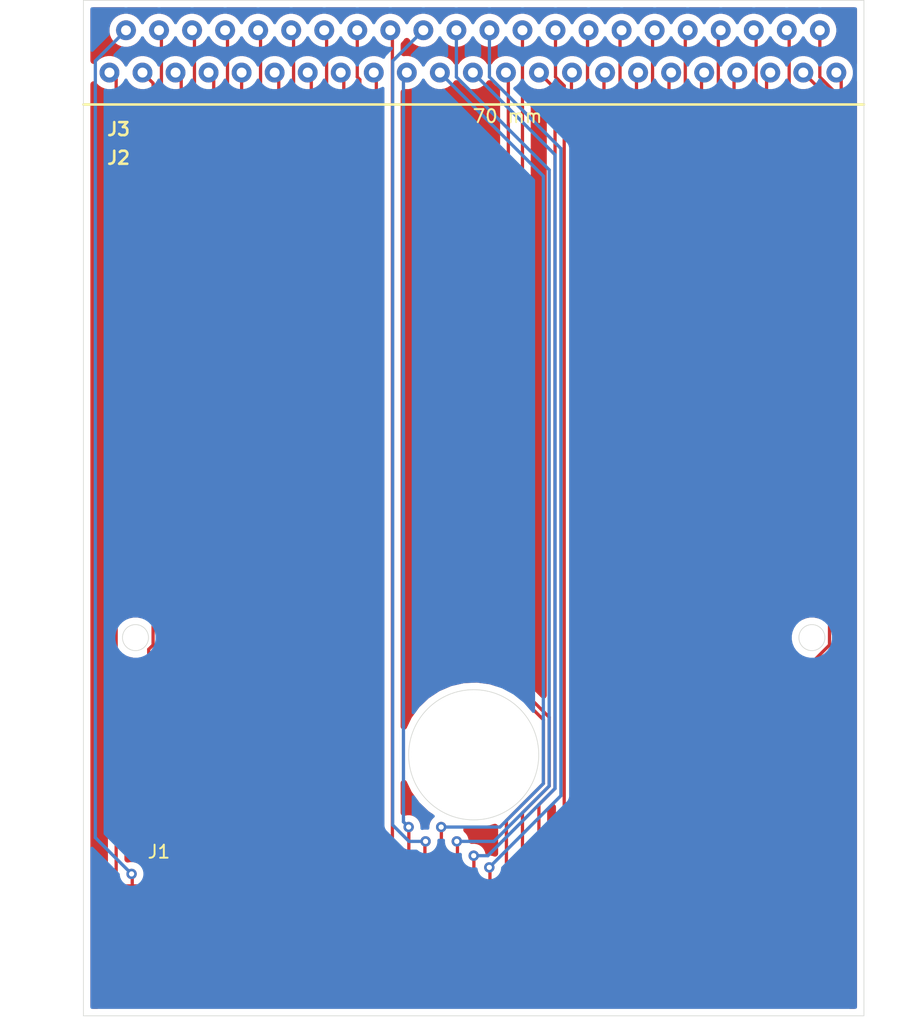
<source format=kicad_pcb>
(kicad_pcb (version 20171130) (host pcbnew 5.1.10)

  (general
    (thickness 1.6)
    (drawings 21)
    (tracks 169)
    (zones 0)
    (modules 3)
    (nets 46)
  )

  (page A4)
  (layers
    (0 F.Cu signal)
    (31 B.Cu signal)
    (32 B.Adhes user)
    (33 F.Adhes user)
    (34 B.Paste user)
    (35 F.Paste user)
    (36 B.SilkS user)
    (37 F.SilkS user)
    (38 B.Mask user)
    (39 F.Mask user)
    (40 Dwgs.User user)
    (41 Cmts.User user)
    (42 Eco1.User user)
    (43 Eco2.User user)
    (44 Edge.Cuts user)
    (45 Margin user)
    (46 B.CrtYd user)
    (47 F.CrtYd user)
    (48 B.Fab user)
    (49 F.Fab user)
  )

  (setup
    (last_trace_width 0.25)
    (trace_clearance 0.2)
    (zone_clearance 0.508)
    (zone_45_only no)
    (trace_min 0.2)
    (via_size 0.8)
    (via_drill 0.4)
    (via_min_size 0.4)
    (via_min_drill 0.3)
    (uvia_size 0.3)
    (uvia_drill 0.1)
    (uvias_allowed no)
    (uvia_min_size 0.2)
    (uvia_min_drill 0.1)
    (edge_width 0.05)
    (segment_width 0.2)
    (pcb_text_width 0.3)
    (pcb_text_size 1.5 1.5)
    (mod_edge_width 0.12)
    (mod_text_size 1 1)
    (mod_text_width 0.15)
    (pad_size 1.524 1.524)
    (pad_drill 0.762)
    (pad_to_mask_clearance 0)
    (aux_axis_origin 0 0)
    (visible_elements FFFFFF7F)
    (pcbplotparams
      (layerselection 0x010f0_ffffffff)
      (usegerberextensions true)
      (usegerberattributes false)
      (usegerberadvancedattributes false)
      (creategerberjobfile false)
      (excludeedgelayer true)
      (linewidth 0.100000)
      (plotframeref false)
      (viasonmask false)
      (mode 1)
      (useauxorigin false)
      (hpglpennumber 1)
      (hpglpenspeed 20)
      (hpglpendiameter 15.000000)
      (psnegative false)
      (psa4output false)
      (plotreference true)
      (plotvalue false)
      (plotinvisibletext false)
      (padsonsilk false)
      (subtractmaskfromsilk true)
      (outputformat 1)
      (mirror false)
      (drillshape 0)
      (scaleselection 1)
      (outputdirectory "dev-cart-gerbers/"))
  )

  (net 0 "")
  (net 1 "Net-(J1-Pad1)")
  (net 2 "Net-(J1-Pad2)")
  (net 3 "Net-(J1-Pad3)")
  (net 4 "Net-(J1-Pad4)")
  (net 5 "Net-(J1-Pad5)")
  (net 6 "Net-(J1-Pad6)")
  (net 7 "Net-(J1-Pad7)")
  (net 8 "Net-(J1-Pad8)")
  (net 9 "Net-(J1-Pad9)")
  (net 10 "Net-(J1-Pad10)")
  (net 11 "Net-(J1-Pad11)")
  (net 12 "Net-(J1-Pad12)")
  (net 13 "Net-(J1-Pad13)")
  (net 14 "Net-(J1-Pad14)")
  (net 15 "Net-(J1-Pad15)")
  (net 16 "Net-(J1-Pad16)")
  (net 17 "Net-(J1-Pad17)")
  (net 18 "Net-(J1-Pad18)")
  (net 19 "Net-(J1-Pad19)")
  (net 20 "Net-(J1-Pad20)")
  (net 21 "Net-(J1-Pad21)")
  (net 22 "Net-(J1-Pad22)")
  (net 23 "Net-(J1-Pad23)")
  (net 24 "Net-(J1-Pad36)")
  (net 25 "Net-(J1-Pad38)")
  (net 26 "Net-(J1-Pad32)")
  (net 27 "Net-(J1-Pad34)")
  (net 28 "Net-(J1-Pad40)")
  (net 29 "Net-(J1-Pad42)")
  (net 30 "Net-(J1-Pad28)")
  (net 31 "Net-(J1-Pad30)")
  (net 32 "Net-(J1-Pad24)")
  (net 33 "Net-(J1-Pad26)")
  (net 34 "Net-(J1-Pad44)")
  (net 35 "Net-(J1-Pad45)")
  (net 36 "Net-(J1-Pad39)")
  (net 37 "Net-(J1-Pad33)")
  (net 38 "Net-(J1-Pad35)")
  (net 39 "Net-(J1-Pad43)")
  (net 40 "Net-(J1-Pad31)")
  (net 41 "Net-(J1-Pad41)")
  (net 42 "Net-(J1-Pad37)")
  (net 43 "Net-(J1-Pad25)")
  (net 44 "Net-(J1-Pad27)")
  (net 45 "Net-(J1-Pad29)")

  (net_class Default "This is the default net class."
    (clearance 0.2)
    (trace_width 0.25)
    (via_dia 0.8)
    (via_drill 0.4)
    (uvia_dia 0.3)
    (uvia_drill 0.1)
    (add_net "Net-(J1-Pad1)")
    (add_net "Net-(J1-Pad10)")
    (add_net "Net-(J1-Pad11)")
    (add_net "Net-(J1-Pad12)")
    (add_net "Net-(J1-Pad13)")
    (add_net "Net-(J1-Pad14)")
    (add_net "Net-(J1-Pad15)")
    (add_net "Net-(J1-Pad16)")
    (add_net "Net-(J1-Pad17)")
    (add_net "Net-(J1-Pad18)")
    (add_net "Net-(J1-Pad19)")
    (add_net "Net-(J1-Pad2)")
    (add_net "Net-(J1-Pad20)")
    (add_net "Net-(J1-Pad21)")
    (add_net "Net-(J1-Pad22)")
    (add_net "Net-(J1-Pad23)")
    (add_net "Net-(J1-Pad24)")
    (add_net "Net-(J1-Pad25)")
    (add_net "Net-(J1-Pad26)")
    (add_net "Net-(J1-Pad27)")
    (add_net "Net-(J1-Pad28)")
    (add_net "Net-(J1-Pad29)")
    (add_net "Net-(J1-Pad3)")
    (add_net "Net-(J1-Pad30)")
    (add_net "Net-(J1-Pad31)")
    (add_net "Net-(J1-Pad32)")
    (add_net "Net-(J1-Pad33)")
    (add_net "Net-(J1-Pad34)")
    (add_net "Net-(J1-Pad35)")
    (add_net "Net-(J1-Pad36)")
    (add_net "Net-(J1-Pad37)")
    (add_net "Net-(J1-Pad38)")
    (add_net "Net-(J1-Pad39)")
    (add_net "Net-(J1-Pad4)")
    (add_net "Net-(J1-Pad40)")
    (add_net "Net-(J1-Pad41)")
    (add_net "Net-(J1-Pad42)")
    (add_net "Net-(J1-Pad43)")
    (add_net "Net-(J1-Pad44)")
    (add_net "Net-(J1-Pad45)")
    (add_net "Net-(J1-Pad5)")
    (add_net "Net-(J1-Pad6)")
    (add_net "Net-(J1-Pad7)")
    (add_net "Net-(J1-Pad8)")
    (add_net "Net-(J1-Pad9)")
  )

  (module GGFootprints:GGPads (layer F.Cu) (tedit 60CFB53D) (tstamp 60DB4D1D)
    (at 74.35 111.2)
    (path /60D86DA7)
    (fp_text reference J1 (at 4.05 -2.5) (layer F.SilkS)
      (effects (font (size 1 1) (thickness 0.15)))
    )
    (fp_text value GGPins (at 0 -0.5) (layer F.Fab)
      (effects (font (size 1 1) (thickness 0.15)))
    )
    (pad 14 smd custom (at 17 0.708) (size 1.124 1.124) (layers F.Cu F.Paste F.Mask)
      (net 14 "Net-(J1-Pad14)") (zone_connect 0)
      (options (clearance outline) (anchor rect))
      (primitives
        (gr_poly (pts
           (xy 0.7 3.24) (xy -0.7 3.24) (xy -0.7 -0.66) (xy 0.7 -0.66)) (width 0.1))
      ))
    (pad 4 smd custom (at 4.5 0.708) (size 1.124 1.124) (layers F.Cu F.Paste F.Mask)
      (net 4 "Net-(J1-Pad4)") (zone_connect 0)
      (options (clearance outline) (anchor rect))
      (primitives
        (gr_poly (pts
           (xy 0.7 3.24) (xy -0.7 3.24) (xy -0.7 -0.66) (xy 0.7 -0.66)) (width 0.1))
      ))
    (pad 20 smd custom (at 24.5 0.708) (size 1.124 1.124) (layers F.Cu F.Paste F.Mask)
      (net 20 "Net-(J1-Pad20)") (zone_connect 0)
      (options (clearance outline) (anchor rect))
      (primitives
        (gr_poly (pts
           (xy 0.7 3.24) (xy -0.7 3.24) (xy -0.7 -0.66) (xy 0.7 -0.66)) (width 0.1))
      ))
    (pad 36 smd custom (at 44.5 0.708) (size 1.124 1.124) (layers F.Cu F.Paste F.Mask)
      (net 24 "Net-(J1-Pad36)") (zone_connect 0)
      (options (clearance outline) (anchor rect))
      (primitives
        (gr_poly (pts
           (xy 0.7 3.24) (xy -0.7 3.24) (xy -0.7 -0.66) (xy 0.7 -0.66)) (width 0.1))
      ))
    (pad 38 smd custom (at 47 0.708) (size 1.124 1.124) (layers F.Cu F.Paste F.Mask)
      (net 25 "Net-(J1-Pad38)") (zone_connect 0)
      (options (clearance outline) (anchor rect))
      (primitives
        (gr_poly (pts
           (xy 0.7 3.24) (xy -0.7 3.24) (xy -0.7 -0.66) (xy 0.7 -0.66)) (width 0.1))
      ))
    (pad 16 smd custom (at 19.5 0.708) (size 1.124 1.124) (layers F.Cu F.Paste F.Mask)
      (net 16 "Net-(J1-Pad16)") (zone_connect 0)
      (options (clearance outline) (anchor rect))
      (primitives
        (gr_poly (pts
           (xy 0.7 3.24) (xy -0.7 3.24) (xy -0.7 -0.66) (xy 0.7 -0.66)) (width 0.1))
      ))
    (pad 32 smd custom (at 39.5 0.708) (size 1.124 1.124) (layers F.Cu F.Paste F.Mask)
      (net 26 "Net-(J1-Pad32)") (zone_connect 0)
      (options (clearance outline) (anchor rect))
      (primitives
        (gr_poly (pts
           (xy 0.7 3.24) (xy -0.7 3.24) (xy -0.7 -0.66) (xy 0.7 -0.66)) (width 0.1))
      ))
    (pad 34 smd custom (at 42 0.708) (size 1.124 1.124) (layers F.Cu F.Paste F.Mask)
      (net 27 "Net-(J1-Pad34)") (zone_connect 0)
      (options (clearance outline) (anchor rect))
      (primitives
        (gr_poly (pts
           (xy 0.7 3.24) (xy -0.7 3.24) (xy -0.7 -0.66) (xy 0.7 -0.66)) (width 0.1))
      ))
    (pad 12 smd custom (at 14.5 0.708) (size 1.124 1.124) (layers F.Cu F.Paste F.Mask)
      (net 12 "Net-(J1-Pad12)") (zone_connect 0)
      (options (clearance outline) (anchor rect))
      (primitives
        (gr_poly (pts
           (xy 0.7 3.24) (xy -0.7 3.24) (xy -0.7 -0.66) (xy 0.7 -0.66)) (width 0.1))
      ))
    (pad 40 smd custom (at 49.5 0.708) (size 1.124 1.124) (layers F.Cu F.Paste F.Mask)
      (net 28 "Net-(J1-Pad40)") (zone_connect 0)
      (options (clearance outline) (anchor rect))
      (primitives
        (gr_poly (pts
           (xy 0.7 3.24) (xy -0.7 3.24) (xy -0.7 -0.66) (xy 0.7 -0.66)) (width 0.1))
      ))
    (pad 42 smd custom (at 52 0.708) (size 1.124 1.124) (layers F.Cu F.Paste F.Mask)
      (net 29 "Net-(J1-Pad42)") (zone_connect 0)
      (options (clearance outline) (anchor rect))
      (primitives
        (gr_poly (pts
           (xy 0.7 3.24) (xy -0.7 3.24) (xy -0.7 -0.66) (xy 0.7 -0.66)) (width 0.1))
      ))
    (pad 28 smd custom (at 34.5 0.708) (size 1.124 1.124) (layers F.Cu F.Paste F.Mask)
      (net 30 "Net-(J1-Pad28)") (zone_connect 0)
      (options (clearance outline) (anchor rect))
      (primitives
        (gr_poly (pts
           (xy 0.7 3.24) (xy -0.7 3.24) (xy -0.7 -0.66) (xy 0.7 -0.66)) (width 0.1))
      ))
    (pad 30 smd custom (at 37 0.708) (size 1.124 1.124) (layers F.Cu F.Paste F.Mask)
      (net 31 "Net-(J1-Pad30)") (zone_connect 0)
      (options (clearance outline) (anchor rect))
      (primitives
        (gr_poly (pts
           (xy 0.7 3.24) (xy -0.7 3.24) (xy -0.7 -0.66) (xy 0.7 -0.66)) (width 0.1))
      ))
    (pad 10 smd custom (at 12 0.708) (size 1.124 1.124) (layers F.Cu F.Paste F.Mask)
      (net 10 "Net-(J1-Pad10)") (zone_connect 0)
      (options (clearance outline) (anchor rect))
      (primitives
        (gr_poly (pts
           (xy 0.7 3.24) (xy -0.7 3.24) (xy -0.7 -0.66) (xy 0.7 -0.66)) (width 0.1))
      ))
    (pad 24 smd custom (at 29.5 0.708) (size 1.124 1.124) (layers F.Cu F.Paste F.Mask)
      (net 32 "Net-(J1-Pad24)") (zone_connect 0)
      (options (clearance outline) (anchor rect))
      (primitives
        (gr_poly (pts
           (xy 0.7 3.24) (xy -0.7 3.24) (xy -0.7 -0.66) (xy 0.7 -0.66)) (width 0.1))
      ))
    (pad 26 smd custom (at 32 0.708) (size 1.124 1.124) (layers F.Cu F.Paste F.Mask)
      (net 33 "Net-(J1-Pad26)") (zone_connect 0)
      (options (clearance outline) (anchor rect))
      (primitives
        (gr_poly (pts
           (xy 0.7 3.24) (xy -0.7 3.24) (xy -0.7 -0.66) (xy 0.7 -0.66)) (width 0.1))
      ))
    (pad 18 smd custom (at 22 0.708) (size 1.124 1.124) (layers F.Cu F.Paste F.Mask)
      (net 18 "Net-(J1-Pad18)") (zone_connect 0)
      (options (clearance outline) (anchor rect))
      (primitives
        (gr_poly (pts
           (xy 0.7 3.24) (xy -0.7 3.24) (xy -0.7 -0.66) (xy 0.7 -0.66)) (width 0.1))
      ))
    (pad 44 smd custom (at 54.5 0.708) (size 1.124 1.124) (layers F.Cu F.Paste F.Mask)
      (net 34 "Net-(J1-Pad44)") (zone_connect 0)
      (options (clearance outline) (anchor rect))
      (primitives
        (gr_poly (pts
           (xy 0.7 3.24) (xy -0.7 3.24) (xy -0.7 -0.66) (xy 0.7 -0.66)) (width 0.1))
      ))
    (pad 2 smd custom (at 2 0.708) (size 1.124 1.124) (layers F.Cu F.Paste F.Mask)
      (net 2 "Net-(J1-Pad2)") (zone_connect 0)
      (options (clearance outline) (anchor rect))
      (primitives
        (gr_poly (pts
           (xy 0.7 3.24) (xy -0.7 3.24) (xy -0.7 -0.66) (xy 0.7 -0.66)) (width 0.1))
      ))
    (pad 22 smd custom (at 27 0.708) (size 1.124 1.124) (layers F.Cu F.Paste F.Mask)
      (net 22 "Net-(J1-Pad22)") (zone_connect 0)
      (options (clearance outline) (anchor rect))
      (primitives
        (gr_poly (pts
           (xy 0.7 3.24) (xy -0.7 3.24) (xy -0.7 -0.66) (xy 0.7 -0.66)) (width 0.1))
      ))
    (pad 8 smd custom (at 9.5 0.708) (size 1.124 1.124) (layers F.Cu F.Paste F.Mask)
      (net 8 "Net-(J1-Pad8)") (zone_connect 0)
      (options (clearance outline) (anchor rect))
      (primitives
        (gr_poly (pts
           (xy 0.7 3.24) (xy -0.7 3.24) (xy -0.7 -0.66) (xy 0.7 -0.66)) (width 0.1))
      ))
    (pad 6 smd custom (at 7 0.708) (size 1.124 1.124) (layers F.Cu F.Paste F.Mask)
      (net 6 "Net-(J1-Pad6)") (zone_connect 0)
      (options (clearance outline) (anchor rect))
      (primitives
        (gr_poly (pts
           (xy 0.7 3.24) (xy -0.7 3.24) (xy -0.7 -0.66) (xy 0.7 -0.66)) (width 0.1))
      ))
    (pad 45 smd custom (at 55.765 5.825) (size 1.124 1.124) (layers F.Cu F.Paste F.Mask)
      (net 35 "Net-(J1-Pad45)") (zone_connect 0)
      (options (clearance outline) (anchor rect))
      (primitives
        (gr_poly (pts
           (xy 0.685 3.225) (xy -0.715 3.225) (xy -0.715 -0.675) (xy 0.685 -0.675)) (width 0.1))
      ))
    (pad 39 smd custom (at 48.265 5.825) (size 1.124 1.124) (layers F.Cu F.Paste F.Mask)
      (net 36 "Net-(J1-Pad39)") (zone_connect 0)
      (options (clearance outline) (anchor rect))
      (primitives
        (gr_poly (pts
           (xy 0.685 3.225) (xy -0.715 3.225) (xy -0.715 -0.675) (xy 0.685 -0.675)) (width 0.1))
      ))
    (pad 33 smd custom (at 40.765 5.825) (size 1.124 1.124) (layers F.Cu F.Paste F.Mask)
      (net 37 "Net-(J1-Pad33)") (zone_connect 0)
      (options (clearance outline) (anchor rect))
      (primitives
        (gr_poly (pts
           (xy 0.685 3.225) (xy -0.715 3.225) (xy -0.715 -0.675) (xy 0.685 -0.675)) (width 0.1))
      ))
    (pad 35 smd custom (at 43.265 5.825) (size 1.124 1.124) (layers F.Cu F.Paste F.Mask)
      (net 38 "Net-(J1-Pad35)") (zone_connect 0)
      (options (clearance outline) (anchor rect))
      (primitives
        (gr_poly (pts
           (xy 0.685 3.225) (xy -0.715 3.225) (xy -0.715 -0.675) (xy 0.685 -0.675)) (width 0.1))
      ))
    (pad 13 smd custom (at 15.765 5.825) (size 1.124 1.124) (layers F.Cu F.Paste F.Mask)
      (net 13 "Net-(J1-Pad13)") (zone_connect 0)
      (options (clearance outline) (anchor rect))
      (primitives
        (gr_poly (pts
           (xy 0.685 3.225) (xy -0.715 3.225) (xy -0.715 -0.675) (xy 0.685 -0.675)) (width 0.1))
      ))
    (pad 43 smd custom (at 53.265 5.825) (size 1.124 1.124) (layers F.Cu F.Paste F.Mask)
      (net 39 "Net-(J1-Pad43)") (zone_connect 0)
      (options (clearance outline) (anchor rect))
      (primitives
        (gr_poly (pts
           (xy 0.685 3.225) (xy -0.715 3.225) (xy -0.715 -0.675) (xy 0.685 -0.675)) (width 0.1))
      ))
    (pad 9 smd custom (at 10.765 5.825) (size 1.124 1.124) (layers F.Cu F.Paste F.Mask)
      (net 9 "Net-(J1-Pad9)") (zone_connect 0)
      (options (clearance outline) (anchor rect))
      (primitives
        (gr_poly (pts
           (xy 0.685 3.225) (xy -0.715 3.225) (xy -0.715 -0.675) (xy 0.685 -0.675)) (width 0.1))
      ))
    (pad 17 smd custom (at 20.765 5.825) (size 1.124 1.124) (layers F.Cu F.Paste F.Mask)
      (net 17 "Net-(J1-Pad17)") (zone_connect 0)
      (options (clearance outline) (anchor rect))
      (primitives
        (gr_poly (pts
           (xy 0.685 3.225) (xy -0.715 3.225) (xy -0.715 -0.675) (xy 0.685 -0.675)) (width 0.1))
      ))
    (pad 23 smd custom (at 28.265 5.825) (size 1.124 1.124) (layers F.Cu F.Paste F.Mask)
      (net 23 "Net-(J1-Pad23)") (zone_connect 0)
      (options (clearance outline) (anchor rect))
      (primitives
        (gr_poly (pts
           (xy 0.685 3.225) (xy -0.715 3.225) (xy -0.715 -0.675) (xy 0.685 -0.675)) (width 0.1))
      ))
    (pad 31 smd custom (at 38.265 5.825) (size 1.124 1.124) (layers F.Cu F.Paste F.Mask)
      (net 40 "Net-(J1-Pad31)") (zone_connect 0)
      (options (clearance outline) (anchor rect))
      (primitives
        (gr_poly (pts
           (xy 0.685 3.225) (xy -0.715 3.225) (xy -0.715 -0.675) (xy 0.685 -0.675)) (width 0.1))
      ))
    (pad 7 smd custom (at 8.265 5.825) (size 1.124 1.124) (layers F.Cu F.Paste F.Mask)
      (net 7 "Net-(J1-Pad7)") (zone_connect 0)
      (options (clearance outline) (anchor rect))
      (primitives
        (gr_poly (pts
           (xy 0.685 3.225) (xy -0.715 3.225) (xy -0.715 -0.675) (xy 0.685 -0.675)) (width 0.1))
      ))
    (pad 41 smd custom (at 50.765 5.825) (size 1.124 1.124) (layers F.Cu F.Paste F.Mask)
      (net 41 "Net-(J1-Pad41)") (zone_connect 0)
      (options (clearance outline) (anchor rect))
      (primitives
        (gr_poly (pts
           (xy 0.685 3.225) (xy -0.715 3.225) (xy -0.715 -0.675) (xy 0.685 -0.675)) (width 0.1))
      ))
    (pad 37 smd custom (at 45.765 5.825) (size 1.124 1.124) (layers F.Cu F.Paste F.Mask)
      (net 42 "Net-(J1-Pad37)") (zone_connect 0)
      (options (clearance outline) (anchor rect))
      (primitives
        (gr_poly (pts
           (xy 0.685 3.225) (xy -0.715 3.225) (xy -0.715 -0.675) (xy 0.685 -0.675)) (width 0.1))
      ))
    (pad 5 smd custom (at 5.765 5.825) (size 1.124 1.124) (layers F.Cu F.Paste F.Mask)
      (net 5 "Net-(J1-Pad5)") (zone_connect 0)
      (options (clearance outline) (anchor rect))
      (primitives
        (gr_poly (pts
           (xy 0.685 3.225) (xy -0.715 3.225) (xy -0.715 -0.675) (xy 0.685 -0.675)) (width 0.1))
      ))
    (pad 3 smd custom (at 3.265 5.825) (size 1.124 1.124) (layers F.Cu F.Paste F.Mask)
      (net 3 "Net-(J1-Pad3)") (zone_connect 0)
      (options (clearance outline) (anchor rect))
      (primitives
        (gr_poly (pts
           (xy 0.685 3.225) (xy -0.715 3.225) (xy -0.715 -0.675) (xy 0.685 -0.675)) (width 0.1))
      ))
    (pad 1 smd custom (at 0.765 5.825) (size 1.124 1.124) (layers F.Cu F.Paste F.Mask)
      (net 1 "Net-(J1-Pad1)") (zone_connect 0)
      (options (clearance outline) (anchor rect))
      (primitives
        (gr_poly (pts
           (xy 0.685 3.225) (xy -0.715 3.225) (xy -0.715 -0.675) (xy 0.685 -0.675)) (width 0.1))
      ))
    (pad 25 smd custom (at 30.765 5.825) (size 1.124 1.124) (layers F.Cu F.Paste F.Mask)
      (net 43 "Net-(J1-Pad25)") (zone_connect 0)
      (options (clearance outline) (anchor rect))
      (primitives
        (gr_poly (pts
           (xy 0.685 3.225) (xy -0.715 3.225) (xy -0.715 -0.675) (xy 0.685 -0.675)) (width 0.1))
      ))
    (pad 19 smd custom (at 23.265 5.825) (size 1.124 1.124) (layers F.Cu F.Paste F.Mask)
      (net 19 "Net-(J1-Pad19)") (zone_connect 0)
      (options (clearance outline) (anchor rect))
      (primitives
        (gr_poly (pts
           (xy 0.685 3.225) (xy -0.715 3.225) (xy -0.715 -0.675) (xy 0.685 -0.675)) (width 0.1))
      ))
    (pad 11 smd custom (at 13.265 5.825) (size 1.124 1.124) (layers F.Cu F.Paste F.Mask)
      (net 11 "Net-(J1-Pad11)") (zone_connect 0)
      (options (clearance outline) (anchor rect))
      (primitives
        (gr_poly (pts
           (xy 0.685 3.225) (xy -0.715 3.225) (xy -0.715 -0.675) (xy 0.685 -0.675)) (width 0.1))
      ))
    (pad 27 smd custom (at 33.265 5.825) (size 1.124 1.124) (layers F.Cu F.Paste F.Mask)
      (net 44 "Net-(J1-Pad27)") (zone_connect 0)
      (options (clearance outline) (anchor rect))
      (primitives
        (gr_poly (pts
           (xy 0.685 3.225) (xy -0.715 3.225) (xy -0.715 -0.675) (xy 0.685 -0.675)) (width 0.1))
      ))
    (pad 29 smd custom (at 35.765 5.825) (size 1.124 1.124) (layers F.Cu F.Paste F.Mask)
      (net 45 "Net-(J1-Pad29)") (zone_connect 0)
      (options (clearance outline) (anchor rect))
      (primitives
        (gr_poly (pts
           (xy 0.685 3.225) (xy -0.715 3.225) (xy -0.715 -0.675) (xy 0.685 -0.675)) (width 0.1))
      ))
    (pad 21 smd custom (at 25.765 5.825) (size 1.124 1.124) (layers F.Cu F.Paste F.Mask)
      (net 21 "Net-(J1-Pad21)") (zone_connect 0)
      (options (clearance outline) (anchor rect))
      (primitives
        (gr_poly (pts
           (xy 0.685 3.225) (xy -0.715 3.225) (xy -0.715 -0.675) (xy 0.685 -0.675)) (width 0.1))
      ))
    (pad 15 smd custom (at 18.265 5.825) (size 1.124 1.124) (layers F.Cu F.Paste F.Mask)
      (net 15 "Net-(J1-Pad15)") (zone_connect 0)
      (options (clearance outline) (anchor rect))
      (primitives
        (gr_poly (pts
           (xy 0.685 3.225) (xy -0.715 3.225) (xy -0.715 -0.675) (xy 0.685 -0.675)) (width 0.1))
      ))
  )

  (module GGFootprints:22PinHeader (layer F.Cu) (tedit 60CF8711) (tstamp 60CFE57B)
    (at 75.87 45.6)
    (path /60D35017)
    (fp_text reference J3 (at -0.57 7.6) (layer F.SilkS)
      (effects (font (size 1 1) (thickness 0.2)))
    )
    (fp_text value Conn_01x22 (at 0 -0.5) (layer F.Fab)
      (effects (font (size 1 1) (thickness 0.15)))
    )
    (pad 22 thru_hole circle (at 53.34 0) (size 1.524 1.524) (drill 0.762) (layers *.Cu *.Mask)
      (net 34 "Net-(J1-Pad44)"))
    (pad 21 thru_hole circle (at 50.8 0) (size 1.524 1.524) (drill 0.762) (layers *.Cu *.Mask)
      (net 29 "Net-(J1-Pad42)"))
    (pad 20 thru_hole circle (at 48.26 0) (size 1.524 1.524) (drill 0.762) (layers *.Cu *.Mask)
      (net 28 "Net-(J1-Pad40)"))
    (pad 19 thru_hole circle (at 45.72 0) (size 1.524 1.524) (drill 0.762) (layers *.Cu *.Mask)
      (net 25 "Net-(J1-Pad38)"))
    (pad 18 thru_hole circle (at 43.18 0) (size 1.524 1.524) (drill 0.762) (layers *.Cu *.Mask)
      (net 24 "Net-(J1-Pad36)"))
    (pad 17 thru_hole circle (at 40.64 0) (size 1.524 1.524) (drill 0.762) (layers *.Cu *.Mask)
      (net 27 "Net-(J1-Pad34)"))
    (pad 16 thru_hole circle (at 38.1 0) (size 1.524 1.524) (drill 0.762) (layers *.Cu *.Mask)
      (net 26 "Net-(J1-Pad32)"))
    (pad 15 thru_hole circle (at 35.56 0) (size 1.524 1.524) (drill 0.762) (layers *.Cu *.Mask)
      (net 31 "Net-(J1-Pad30)"))
    (pad 14 thru_hole circle (at 33.02 0) (size 1.524 1.524) (drill 0.762) (layers *.Cu *.Mask)
      (net 30 "Net-(J1-Pad28)"))
    (pad 13 thru_hole circle (at 30.48 0) (size 1.524 1.524) (drill 0.762) (layers *.Cu *.Mask)
      (net 33 "Net-(J1-Pad26)"))
    (pad 12 thru_hole circle (at 27.94 0) (size 1.524 1.524) (drill 0.762) (layers *.Cu *.Mask)
      (net 32 "Net-(J1-Pad24)"))
    (pad 11 thru_hole circle (at 25.4 0) (size 1.524 1.524) (drill 0.762) (layers *.Cu *.Mask)
      (net 22 "Net-(J1-Pad22)"))
    (pad 10 thru_hole circle (at 22.86 0) (size 1.524 1.524) (drill 0.762) (layers *.Cu *.Mask)
      (net 20 "Net-(J1-Pad20)"))
    (pad 9 thru_hole circle (at 20.32 0) (size 1.524 1.524) (drill 0.762) (layers *.Cu *.Mask)
      (net 18 "Net-(J1-Pad18)"))
    (pad 8 thru_hole circle (at 17.78 0) (size 1.524 1.524) (drill 0.762) (layers *.Cu *.Mask)
      (net 16 "Net-(J1-Pad16)"))
    (pad 7 thru_hole circle (at 15.24 0) (size 1.524 1.524) (drill 0.762) (layers *.Cu *.Mask)
      (net 14 "Net-(J1-Pad14)"))
    (pad 6 thru_hole circle (at 12.7 0) (size 1.524 1.524) (drill 0.762) (layers *.Cu *.Mask)
      (net 12 "Net-(J1-Pad12)"))
    (pad 5 thru_hole circle (at 10.16 0) (size 1.524 1.524) (drill 0.762) (layers *.Cu *.Mask)
      (net 10 "Net-(J1-Pad10)"))
    (pad 4 thru_hole circle (at 7.62 0) (size 1.524 1.524) (drill 0.762) (layers *.Cu *.Mask)
      (net 8 "Net-(J1-Pad8)"))
    (pad 3 thru_hole circle (at 5.08 0) (size 1.524 1.524) (drill 0.762) (layers *.Cu *.Mask)
      (net 6 "Net-(J1-Pad6)"))
    (pad 2 thru_hole circle (at 2.54 0) (size 1.524 1.524) (drill 0.762) (layers *.Cu *.Mask)
      (net 4 "Net-(J1-Pad4)"))
    (pad 1 thru_hole circle (at 0 0) (size 1.524 1.524) (drill 0.762) (layers *.Cu *.Mask)
      (net 2 "Net-(J1-Pad2)"))
  )

  (module GGFootprints:23PinHeader (layer F.Cu) (tedit 60CF8735) (tstamp 60CFE561)
    (at 74.6 48.85)
    (path /60D308FB)
    (fp_text reference J2 (at 0.7 6.55) (layer F.SilkS)
      (effects (font (size 1 1) (thickness 0.2)))
    )
    (fp_text value Conn_01x23 (at 0 -0.5) (layer F.Fab)
      (effects (font (size 1 1) (thickness 0.15)))
    )
    (pad 23 thru_hole circle (at 55.88 0) (size 1.524 1.524) (drill 0.762) (layers *.Cu *.Mask)
      (net 35 "Net-(J1-Pad45)"))
    (pad 22 thru_hole circle (at 53.34 0) (size 1.524 1.524) (drill 0.762) (layers *.Cu *.Mask)
      (net 39 "Net-(J1-Pad43)"))
    (pad 21 thru_hole circle (at 50.8 0) (size 1.524 1.524) (drill 0.762) (layers *.Cu *.Mask)
      (net 41 "Net-(J1-Pad41)"))
    (pad 20 thru_hole circle (at 48.26 0) (size 1.524 1.524) (drill 0.762) (layers *.Cu *.Mask)
      (net 36 "Net-(J1-Pad39)"))
    (pad 19 thru_hole circle (at 45.72 0) (size 1.524 1.524) (drill 0.762) (layers *.Cu *.Mask)
      (net 42 "Net-(J1-Pad37)"))
    (pad 18 thru_hole circle (at 43.18 0) (size 1.524 1.524) (drill 0.762) (layers *.Cu *.Mask)
      (net 38 "Net-(J1-Pad35)"))
    (pad 17 thru_hole circle (at 40.64 0) (size 1.524 1.524) (drill 0.762) (layers *.Cu *.Mask)
      (net 37 "Net-(J1-Pad33)"))
    (pad 16 thru_hole circle (at 38.1 0) (size 1.524 1.524) (drill 0.762) (layers *.Cu *.Mask)
      (net 40 "Net-(J1-Pad31)"))
    (pad 15 thru_hole circle (at 35.56 0) (size 1.524 1.524) (drill 0.762) (layers *.Cu *.Mask)
      (net 45 "Net-(J1-Pad29)"))
    (pad 14 thru_hole circle (at 33.02 0) (size 1.524 1.524) (drill 0.762) (layers *.Cu *.Mask)
      (net 44 "Net-(J1-Pad27)"))
    (pad 13 thru_hole circle (at 30.48 0) (size 1.524 1.524) (drill 0.762) (layers *.Cu *.Mask)
      (net 43 "Net-(J1-Pad25)"))
    (pad 12 thru_hole circle (at 27.94 0) (size 1.524 1.524) (drill 0.762) (layers *.Cu *.Mask)
      (net 23 "Net-(J1-Pad23)"))
    (pad 11 thru_hole circle (at 25.4 0) (size 1.524 1.524) (drill 0.762) (layers *.Cu *.Mask)
      (net 21 "Net-(J1-Pad21)"))
    (pad 10 thru_hole circle (at 22.86 0) (size 1.524 1.524) (drill 0.762) (layers *.Cu *.Mask)
      (net 19 "Net-(J1-Pad19)"))
    (pad 9 thru_hole circle (at 20.32 0) (size 1.524 1.524) (drill 0.762) (layers *.Cu *.Mask)
      (net 17 "Net-(J1-Pad17)"))
    (pad 8 thru_hole circle (at 17.78 0) (size 1.524 1.524) (drill 0.762) (layers *.Cu *.Mask)
      (net 15 "Net-(J1-Pad15)"))
    (pad 7 thru_hole circle (at 15.24 0) (size 1.524 1.524) (drill 0.762) (layers *.Cu *.Mask)
      (net 13 "Net-(J1-Pad13)"))
    (pad 6 thru_hole circle (at 12.7 0) (size 1.524 1.524) (drill 0.762) (layers *.Cu *.Mask)
      (net 11 "Net-(J1-Pad11)"))
    (pad 5 thru_hole circle (at 10.16 0) (size 1.524 1.524) (drill 0.762) (layers *.Cu *.Mask)
      (net 9 "Net-(J1-Pad9)"))
    (pad 4 thru_hole circle (at 7.62 0) (size 1.524 1.524) (drill 0.762) (layers *.Cu *.Mask)
      (net 7 "Net-(J1-Pad7)"))
    (pad 3 thru_hole circle (at 5.08 0) (size 1.524 1.524) (drill 0.762) (layers *.Cu *.Mask)
      (net 5 "Net-(J1-Pad5)"))
    (pad 2 thru_hole circle (at 2.54 0) (size 1.524 1.524) (drill 0.762) (layers *.Cu *.Mask)
      (net 3 "Net-(J1-Pad3)"))
    (pad 1 thru_hole circle (at 0 0) (size 1.524 1.524) (drill 0.762) (layers *.Cu *.Mask)
      (net 1 "Net-(J1-Pad1)"))
  )

  (dimension 1 (width 0.15) (layer Dwgs.User)
    (gr_text "1.000 mm" (at 81.4 120.8 90) (layer Dwgs.User)
      (effects (font (size 1 1) (thickness 0.15)))
    )
    (feature1 (pts (xy 80.1 120.3) (xy 80.686421 120.3)))
    (feature2 (pts (xy 80.1 121.3) (xy 80.686421 121.3)))
    (crossbar (pts (xy 80.1 121.3) (xy 80.1 120.3)))
    (arrow1a (pts (xy 80.1 120.3) (xy 80.686421 121.426504)))
    (arrow1b (pts (xy 80.1 120.3) (xy 79.513579 121.426504)))
    (arrow2a (pts (xy 80.1 121.3) (xy 80.686421 120.173496)))
    (arrow2b (pts (xy 80.1 121.3) (xy 79.513579 120.173496)))
  )
  (dimension 70 (width 0.15) (layer Dwgs.User)
    (gr_text "70.000 mm" (at 131.3 86.3 270) (layer Dwgs.User)
      (effects (font (size 1 1) (thickness 0.15)))
    )
    (feature1 (pts (xy 132.6 121.3) (xy 132.013579 121.3)))
    (feature2 (pts (xy 132.6 51.3) (xy 132.013579 51.3)))
    (crossbar (pts (xy 132.6 51.3) (xy 132.6 121.3)))
    (arrow1a (pts (xy 132.6 121.3) (xy 132.013579 120.173496)))
    (arrow1b (pts (xy 132.6 121.3) (xy 133.186421 120.173496)))
    (arrow2a (pts (xy 132.6 51.3) (xy 132.013579 52.426504)))
    (arrow2b (pts (xy 132.6 51.3) (xy 133.186421 52.426504)))
  )
  (gr_line (start 72.6 51.3) (end 132.6 51.3) (layer F.SilkS) (width 0.2))
  (gr_text "70 mm" (at 105.2 52.2) (layer F.SilkS)
    (effects (font (size 1 1) (thickness 0.15)))
  )
  (dimension 2 (width 0.15) (layer Dwgs.User)
    (gr_text "2.000 mm" (at 70 92.5) (layer Dwgs.User)
      (effects (font (size 1 1) (thickness 0.15)))
    )
    (feature1 (pts (xy 71 91.2) (xy 71 91.786421)))
    (feature2 (pts (xy 69 91.2) (xy 69 91.786421)))
    (crossbar (pts (xy 69 91.2) (xy 71 91.2)))
    (arrow1a (pts (xy 71 91.2) (xy 69.873496 91.786421)))
    (arrow1b (pts (xy 71 91.2) (xy 69.873496 90.613579)))
    (arrow2a (pts (xy 69 91.2) (xy 70.126504 91.786421)))
    (arrow2b (pts (xy 69 91.2) (xy 70.126504 90.613579)))
  )
  (dimension 3 (width 0.15) (layer Dwgs.User)
    (gr_text "3.000 mm" (at 74.1 93.6) (layer Dwgs.User)
      (effects (font (size 1 1) (thickness 0.15)))
    )
    (feature1 (pts (xy 72.6 92.25) (xy 72.6 92.886421)))
    (feature2 (pts (xy 75.6 92.25) (xy 75.6 92.886421)))
    (crossbar (pts (xy 75.6 92.3) (xy 72.6 92.3)))
    (arrow1a (pts (xy 72.6 92.3) (xy 73.726504 91.713579)))
    (arrow1b (pts (xy 72.6 92.3) (xy 73.726504 92.886421)))
    (arrow2a (pts (xy 75.6 92.3) (xy 74.473496 91.713579)))
    (arrow2b (pts (xy 75.6 92.3) (xy 74.473496 92.886421)))
  )
  (gr_circle (center 76.6 92.25) (end 76.6 93.25) (layer Edge.Cuts) (width 0.05) (tstamp 60D027DF))
  (dimension 3 (width 0.15) (layer Dwgs.User)
    (gr_text "3.000 mm" (at 131.1 93.55) (layer Dwgs.User)
      (effects (font (size 1 1) (thickness 0.15)))
    )
    (feature1 (pts (xy 132.6 92.25) (xy 132.6 92.836421)))
    (feature2 (pts (xy 129.6 92.25) (xy 129.6 92.836421)))
    (crossbar (pts (xy 129.6 92.25) (xy 132.6 92.25)))
    (arrow1a (pts (xy 132.6 92.25) (xy 131.473496 92.836421)))
    (arrow1b (pts (xy 132.6 92.25) (xy 131.473496 91.663579)))
    (arrow2a (pts (xy 129.6 92.25) (xy 130.726504 92.836421)))
    (arrow2b (pts (xy 129.6 92.25) (xy 130.726504 91.663579)))
  )
  (dimension 3 (width 0.15) (layer Dwgs.User) (tstamp 60D027C2)
    (gr_text "3.000 mm" (at 129.8 94.75 90) (layer Dwgs.User) (tstamp 60D027C2)
      (effects (font (size 1 1) (thickness 0.15)))
    )
    (feature1 (pts (xy 128.5 93.25) (xy 129.086421 93.25)))
    (feature2 (pts (xy 128.5 96.25) (xy 129.086421 96.25)))
    (crossbar (pts (xy 128.5 96.25) (xy 128.5 93.25)))
    (arrow1a (pts (xy 128.5 93.25) (xy 129.086421 94.376504)))
    (arrow1b (pts (xy 128.5 93.25) (xy 127.913579 94.376504)))
    (arrow2a (pts (xy 128.5 96.25) (xy 129.086421 95.123496)))
    (arrow2b (pts (xy 128.5 96.25) (xy 127.913579 95.123496)))
  )
  (dimension 20 (width 0.15) (layer Dwgs.User)
    (gr_text "20.000 mm" (at 117.6 102.55) (layer Dwgs.User)
      (effects (font (size 1 1) (thickness 0.15)))
    )
    (feature1 (pts (xy 127.6 101.25) (xy 127.6 101.836421)))
    (feature2 (pts (xy 107.6 101.25) (xy 107.6 101.836421)))
    (crossbar (pts (xy 107.6 101.25) (xy 127.6 101.25)))
    (arrow1a (pts (xy 127.6 101.25) (xy 126.473496 101.836421)))
    (arrow1b (pts (xy 127.6 101.25) (xy 126.473496 100.663579)))
    (arrow2a (pts (xy 107.6 101.25) (xy 108.726504 101.836421)))
    (arrow2b (pts (xy 107.6 101.25) (xy 108.726504 100.663579)))
  )
  (dimension 25 (width 0.15) (layer Dwgs.User)
    (gr_text "25.000 mm" (at 120.1 101.55) (layer Dwgs.User)
      (effects (font (size 1 1) (thickness 0.15)))
    )
    (feature1 (pts (xy 107.6 100.2) (xy 107.6 100.836421)))
    (feature2 (pts (xy 132.6 100.2) (xy 132.6 100.836421)))
    (crossbar (pts (xy 132.6 100.25) (xy 107.6 100.25)))
    (arrow1a (pts (xy 107.6 100.25) (xy 108.726504 99.663579)))
    (arrow1b (pts (xy 107.6 100.25) (xy 108.726504 100.836421)))
    (arrow2a (pts (xy 132.6 100.25) (xy 131.473496 99.663579)))
    (arrow2b (pts (xy 132.6 100.25) (xy 131.473496 100.836421)))
  )
  (dimension 15 (width 0.15) (layer Dwgs.User)
    (gr_text "15.000 mm" (at 130 113.8 90) (layer Dwgs.User)
      (effects (font (size 1 1) (thickness 0.15)))
    )
    (feature1 (pts (xy 128.7 106.3) (xy 129.286421 106.3)))
    (feature2 (pts (xy 128.7 121.3) (xy 129.286421 121.3)))
    (crossbar (pts (xy 128.7 121.3) (xy 128.7 106.3)))
    (arrow1a (pts (xy 128.7 106.3) (xy 129.286421 107.426504)))
    (arrow1b (pts (xy 128.7 106.3) (xy 128.113579 107.426504)))
    (arrow2a (pts (xy 128.7 121.3) (xy 129.286421 120.173496)))
    (arrow2b (pts (xy 128.7 121.3) (xy 128.113579 120.173496)))
  )
  (dimension 1.75 (width 0.15) (layer Dwgs.User)
    (gr_text "1.750 mm" (at 131.725 119.25) (layer Dwgs.User)
      (effects (font (size 1 1) (thickness 0.15)))
    )
    (feature1 (pts (xy 132.6 117.9) (xy 132.6 118.536421)))
    (feature2 (pts (xy 130.85 117.9) (xy 130.85 118.536421)))
    (crossbar (pts (xy 130.85 117.95) (xy 132.6 117.95)))
    (arrow1a (pts (xy 132.6 117.95) (xy 131.473496 118.536421)))
    (arrow1b (pts (xy 132.6 117.95) (xy 131.473496 117.363579)))
    (arrow2a (pts (xy 130.85 117.95) (xy 131.976504 118.536421)))
    (arrow2b (pts (xy 130.85 117.95) (xy 131.976504 117.363579)))
  )
  (dimension 1.75 (width 0.15) (layer Dwgs.User)
    (gr_text "1.750 mm" (at 73.475 115.3) (layer Dwgs.User)
      (effects (font (size 1 1) (thickness 0.15)))
    )
    (feature1 (pts (xy 72.6 116.6) (xy 72.6 116.013579)))
    (feature2 (pts (xy 74.35 116.6) (xy 74.35 116.013579)))
    (crossbar (pts (xy 74.35 116.6) (xy 72.6 116.6)))
    (arrow1a (pts (xy 72.6 116.6) (xy 73.726504 116.013579)))
    (arrow1b (pts (xy 72.6 116.6) (xy 73.726504 117.186421)))
    (arrow2a (pts (xy 74.35 116.6) (xy 73.223496 116.013579)))
    (arrow2b (pts (xy 74.35 116.6) (xy 73.223496 117.186421)))
  )
  (dimension 60 (width 0.15) (layer Dwgs.User)
    (gr_text "60.000 mm" (at 102.6 120) (layer Dwgs.User)
      (effects (font (size 1 1) (thickness 0.15)))
    )
    (feature1 (pts (xy 72.6 121.3) (xy 72.6 120.713579)))
    (feature2 (pts (xy 132.6 121.3) (xy 132.6 120.713579)))
    (crossbar (pts (xy 132.6 121.3) (xy 72.6 121.3)))
    (arrow1a (pts (xy 72.6 121.3) (xy 73.726504 120.713579)))
    (arrow1b (pts (xy 72.6 121.3) (xy 73.726504 121.886421)))
    (arrow2a (pts (xy 132.6 121.3) (xy 131.473496 120.713579)))
    (arrow2b (pts (xy 132.6 121.3) (xy 131.473496 121.886421)))
  )
  (gr_circle (center 128.6 92.25) (end 128.6 93.25) (layer Edge.Cuts) (width 0.05) (tstamp 60D027D3))
  (gr_circle (center 102.6 101.25) (end 102.6 106.25) (layer Edge.Cuts) (width 0.05) (tstamp 60D027A5))
  (gr_line (start 72.6 43.3) (end 72.6 121.3) (layer Edge.Cuts) (width 0.05))
  (gr_line (start 132.6 43.3) (end 72.6 43.3) (layer Edge.Cuts) (width 0.05) (tstamp 60D00541))
  (gr_line (start 132.6 121.3) (end 132.6 43.3) (layer Edge.Cuts) (width 0.05))
  (gr_line (start 72.6 121.3) (end 132.6 121.3) (layer Edge.Cuts) (width 0.05))

  (segment (start 75.115 49.365) (end 74.6 48.85) (width 0.25) (layer F.Cu) (net 1))
  (segment (start 75.115 117.025) (end 75.115 49.365) (width 0.25) (layer F.Cu) (net 1))
  (via (at 76.3 110.4) (size 0.8) (drill 0.4) (layers F.Cu B.Cu) (net 2))
  (segment (start 76.35 110.45) (end 76.3 110.4) (width 0.25) (layer F.Cu) (net 2))
  (segment (start 76.35 111.908) (end 76.35 110.45) (width 0.25) (layer F.Cu) (net 2))
  (segment (start 73.512999 47.957001) (end 75.87 45.6) (width 0.25) (layer B.Cu) (net 2))
  (segment (start 73.512999 107.612999) (end 73.512999 47.957001) (width 0.25) (layer B.Cu) (net 2))
  (segment (start 76.3 110.4) (end 73.512999 107.612999) (width 0.25) (layer B.Cu) (net 2))
  (segment (start 77.953125 92.814556) (end 77.953125 49.663125) (width 0.25) (layer F.Cu) (net 3))
  (segment (start 77.953125 49.663125) (end 77.14 48.85) (width 0.25) (layer F.Cu) (net 3))
  (segment (start 77.615 93.152681) (end 77.953125 92.814556) (width 0.25) (layer F.Cu) (net 3))
  (segment (start 77.615 117.025) (end 77.615 93.152681) (width 0.25) (layer F.Cu) (net 3))
  (segment (start 78.592999 45.782999) (end 78.41 45.6) (width 0.25) (layer F.Cu) (net 4))
  (segment (start 78.592999 111.650999) (end 78.592999 45.782999) (width 0.25) (layer F.Cu) (net 4))
  (segment (start 78.85 111.908) (end 78.592999 111.650999) (width 0.25) (layer F.Cu) (net 4))
  (segment (start 80.115 49.285) (end 79.68 48.85) (width 0.25) (layer F.Cu) (net 5))
  (segment (start 80.115 117.025) (end 80.115 49.285) (width 0.25) (layer F.Cu) (net 5))
  (segment (start 81.35 112.208) (end 81.132999 111.990999) (width 0.25) (layer F.Cu) (net 6))
  (segment (start 81.132999 45.782999) (end 80.95 45.6) (width 0.25) (layer F.Cu) (net 6))
  (segment (start 81.132999 111.690999) (end 81.132999 45.782999) (width 0.25) (layer F.Cu) (net 6))
  (segment (start 81.35 111.908) (end 81.132999 111.690999) (width 0.25) (layer F.Cu) (net 6))
  (segment (start 82.615 49.245) (end 82.22 48.85) (width 0.25) (layer F.Cu) (net 7))
  (segment (start 82.615 117.025) (end 82.615 49.245) (width 0.25) (layer F.Cu) (net 7))
  (segment (start 83.85 112.208) (end 83.672999 112.030999) (width 0.25) (layer F.Cu) (net 8))
  (segment (start 83.672999 45.782999) (end 83.49 45.6) (width 0.25) (layer F.Cu) (net 8))
  (segment (start 83.672999 111.730999) (end 83.672999 45.782999) (width 0.25) (layer F.Cu) (net 8))
  (segment (start 83.85 111.908) (end 83.672999 111.730999) (width 0.25) (layer F.Cu) (net 8))
  (segment (start 85.115 49.205) (end 84.76 48.85) (width 0.25) (layer F.Cu) (net 9))
  (segment (start 84.76 52.288762) (end 84.76 48.85) (width 0.25) (layer F.Cu) (net 9))
  (segment (start 85.115 52.643762) (end 84.76 52.288762) (width 0.25) (layer F.Cu) (net 9))
  (segment (start 85.115 117.025) (end 85.115 52.643762) (width 0.25) (layer F.Cu) (net 9))
  (segment (start 86.35 112.208) (end 86.212999 112.070999) (width 0.25) (layer F.Cu) (net 10))
  (segment (start 86.212999 45.782999) (end 86.03 45.6) (width 0.25) (layer F.Cu) (net 10))
  (segment (start 86.212999 111.770999) (end 86.212999 45.782999) (width 0.25) (layer F.Cu) (net 10))
  (segment (start 86.35 111.908) (end 86.212999 111.770999) (width 0.25) (layer F.Cu) (net 10))
  (segment (start 87.615 49.165) (end 87.3 48.85) (width 0.25) (layer F.Cu) (net 11))
  (segment (start 87.615 117.025) (end 87.615 49.165) (width 0.25) (layer F.Cu) (net 11))
  (segment (start 88.85 112.208) (end 88.752999 112.110999) (width 0.25) (layer F.Cu) (net 12))
  (segment (start 88.387001 45.782999) (end 88.57 45.6) (width 0.25) (layer F.Cu) (net 12))
  (segment (start 88.85 111.908) (end 88.387001 111.445001) (width 0.25) (layer F.Cu) (net 12))
  (segment (start 88.752999 45.782999) (end 88.57 45.6) (width 0.25) (layer F.Cu) (net 12))
  (segment (start 88.752999 111.810999) (end 88.752999 45.782999) (width 0.25) (layer F.Cu) (net 12))
  (segment (start 88.85 111.908) (end 88.752999 111.810999) (width 0.25) (layer F.Cu) (net 12))
  (segment (start 90.115 49.125) (end 89.84 48.85) (width 0.25) (layer F.Cu) (net 13))
  (segment (start 90.115 117.025) (end 90.115 49.125) (width 0.25) (layer F.Cu) (net 13))
  (segment (start 91.35 112.208) (end 91.292999 112.150999) (width 0.25) (layer F.Cu) (net 14))
  (segment (start 91.292999 45.782999) (end 91.11 45.6) (width 0.25) (layer F.Cu) (net 14))
  (segment (start 91.292999 111.850999) (end 91.292999 45.782999) (width 0.25) (layer F.Cu) (net 14))
  (segment (start 91.35 111.908) (end 91.292999 111.850999) (width 0.25) (layer F.Cu) (net 14))
  (segment (start 92.562999 49.032999) (end 92.38 48.85) (width 0.25) (layer F.Cu) (net 15))
  (segment (start 92.615 117.325) (end 92.562999 117.272999) (width 0.25) (layer F.Cu) (net 15))
  (segment (start 92.615 49.085) (end 92.38 48.85) (width 0.25) (layer F.Cu) (net 15))
  (segment (start 92.615 117.025) (end 92.615 49.085) (width 0.25) (layer F.Cu) (net 15))
  (segment (start 93.832999 45.782999) (end 93.65 45.6) (width 0.25) (layer F.Cu) (net 16))
  (segment (start 93.85 112.208) (end 93.832999 112.190999) (width 0.25) (layer F.Cu) (net 16))
  (segment (start 93.65 49.188762) (end 93.65 45.6) (width 0.25) (layer F.Cu) (net 16))
  (segment (start 93.85 49.388762) (end 93.65 49.188762) (width 0.25) (layer F.Cu) (net 16))
  (segment (start 93.85 111.908) (end 93.85 49.388762) (width 0.25) (layer F.Cu) (net 16))
  (segment (start 95.115 49.045) (end 94.92 48.85) (width 0.25) (layer F.Cu) (net 17))
  (segment (start 95.115 117.025) (end 95.115 49.045) (width 0.25) (layer F.Cu) (net 17))
  (segment (start 96.35 45.76) (end 96.19 45.6) (width 0.25) (layer F.Cu) (net 18))
  (segment (start 96.35 111.908) (end 96.35 45.76) (width 0.25) (layer F.Cu) (net 18))
  (segment (start 97.246854 49.063146) (end 97.46 48.85) (width 0.25) (layer F.Cu) (net 19))
  (via (at 97.6 106.8) (size 0.8) (drill 0.4) (layers F.Cu B.Cu) (net 19))
  (segment (start 97.615 106.815) (end 97.6 106.8) (width 0.25) (layer F.Cu) (net 19))
  (segment (start 97.615 117.025) (end 97.615 106.815) (width 0.25) (layer F.Cu) (net 19))
  (segment (start 97.200001 49.109999) (end 97.46 48.85) (width 0.25) (layer B.Cu) (net 19))
  (segment (start 97.200001 106.400001) (end 97.200001 49.109999) (width 0.25) (layer B.Cu) (net 19))
  (segment (start 97.6 106.8) (end 97.200001 106.400001) (width 0.25) (layer B.Cu) (net 19))
  (segment (start 98.85 107.95) (end 98.9 107.9) (width 0.25) (layer F.Cu) (net 20))
  (via (at 98.9 107.9) (size 0.8) (drill 0.4) (layers F.Cu B.Cu) (net 20))
  (segment (start 98.85 111.908) (end 98.85 107.95) (width 0.25) (layer F.Cu) (net 20))
  (segment (start 96.372999 47.957001) (end 98.73 45.6) (width 0.25) (layer B.Cu) (net 20))
  (segment (start 96.372999 106.646001) (end 96.372999 47.957001) (width 0.25) (layer B.Cu) (net 20))
  (segment (start 97.626998 107.9) (end 96.372999 106.646001) (width 0.25) (layer B.Cu) (net 20))
  (segment (start 98.9 107.9) (end 97.626998 107.9) (width 0.25) (layer B.Cu) (net 20))
  (via (at 100.1 106.8) (size 0.8) (drill 0.4) (layers F.Cu B.Cu) (net 21))
  (segment (start 100.115 106.815) (end 100.1 106.8) (width 0.25) (layer F.Cu) (net 21))
  (segment (start 100.115 117.025) (end 100.115 106.815) (width 0.25) (layer F.Cu) (net 21))
  (segment (start 107.953145 56.803145) (end 100 48.85) (width 0.25) (layer B.Cu) (net 21))
  (segment (start 107.953145 103.463021) (end 107.953145 56.803145) (width 0.25) (layer B.Cu) (net 21))
  (segment (start 104.616166 106.8) (end 107.953145 103.463021) (width 0.25) (layer B.Cu) (net 21))
  (segment (start 100.1 106.8) (end 104.616166 106.8) (width 0.25) (layer B.Cu) (net 21))
  (segment (start 101.35 107.95) (end 101.3 107.9) (width 0.25) (layer F.Cu) (net 22))
  (via (at 101.3 107.9) (size 0.8) (drill 0.4) (layers F.Cu B.Cu) (net 22))
  (segment (start 101.35 111.908) (end 101.35 107.95) (width 0.25) (layer F.Cu) (net 22))
  (segment (start 101.27 49.188762) (end 101.27 45.6) (width 0.25) (layer B.Cu) (net 22))
  (segment (start 108.403155 56.321917) (end 101.27 49.188762) (width 0.25) (layer B.Cu) (net 22))
  (segment (start 104.152576 107.9) (end 108.403155 103.649421) (width 0.25) (layer B.Cu) (net 22))
  (segment (start 108.403155 103.649421) (end 108.403155 56.321917) (width 0.25) (layer B.Cu) (net 22))
  (segment (start 101.3 107.9) (end 104.152576 107.9) (width 0.25) (layer B.Cu) (net 22))
  (via (at 102.6 109) (size 0.8) (drill 0.4) (layers F.Cu B.Cu) (net 23))
  (segment (start 102.615 109.015) (end 102.6 109) (width 0.25) (layer F.Cu) (net 23))
  (segment (start 102.615 117.025) (end 102.615 109.015) (width 0.25) (layer F.Cu) (net 23))
  (segment (start 108.853165 103.835821) (end 108.853165 55.163165) (width 0.25) (layer B.Cu) (net 23))
  (segment (start 103.688986 109) (end 108.853165 103.835821) (width 0.25) (layer B.Cu) (net 23))
  (segment (start 108.853165 55.163165) (end 102.54 48.85) (width 0.25) (layer B.Cu) (net 23))
  (segment (start 102.6 109) (end 103.688986 109) (width 0.25) (layer B.Cu) (net 23))
  (segment (start 118.867001 45.782999) (end 119.05 45.6) (width 0.25) (layer F.Cu) (net 24))
  (segment (start 118.867001 111.890999) (end 118.867001 45.782999) (width 0.25) (layer F.Cu) (net 24))
  (segment (start 118.85 111.908) (end 118.867001 111.890999) (width 0.25) (layer F.Cu) (net 24))
  (segment (start 121.407001 45.782999) (end 121.59 45.6) (width 0.25) (layer F.Cu) (net 25))
  (segment (start 121.407001 111.850999) (end 121.407001 45.782999) (width 0.25) (layer F.Cu) (net 25))
  (segment (start 121.35 111.908) (end 121.407001 111.850999) (width 0.25) (layer F.Cu) (net 25))
  (segment (start 113.85 45.72) (end 113.97 45.6) (width 0.25) (layer F.Cu) (net 26))
  (segment (start 113.85 111.908) (end 113.85 45.72) (width 0.25) (layer F.Cu) (net 26))
  (segment (start 116.35 45.76) (end 116.51 45.6) (width 0.25) (layer F.Cu) (net 27))
  (segment (start 116.35 111.908) (end 116.35 45.76) (width 0.25) (layer F.Cu) (net 27))
  (segment (start 123.85 112.208) (end 123.947001 112.110999) (width 0.25) (layer F.Cu) (net 28))
  (segment (start 124.312999 45.782999) (end 124.13 45.6) (width 0.25) (layer F.Cu) (net 28))
  (segment (start 124.312999 111.445001) (end 124.312999 45.782999) (width 0.25) (layer F.Cu) (net 28))
  (segment (start 123.85 111.908) (end 124.312999 111.445001) (width 0.25) (layer F.Cu) (net 28))
  (segment (start 126.35 112.208) (end 126.487001 112.070999) (width 0.25) (layer F.Cu) (net 29))
  (segment (start 126.852999 45.782999) (end 126.67 45.6) (width 0.25) (layer F.Cu) (net 29))
  (segment (start 126.852999 111.405001) (end 126.852999 45.782999) (width 0.25) (layer F.Cu) (net 29))
  (segment (start 126.35 111.908) (end 126.852999 111.405001) (width 0.25) (layer F.Cu) (net 29))
  (segment (start 108.89 49.188762) (end 108.89 45.6) (width 0.25) (layer F.Cu) (net 30))
  (segment (start 109.559103 49.857865) (end 108.89 49.188762) (width 0.25) (layer F.Cu) (net 30))
  (segment (start 109.559103 111.198897) (end 109.559103 49.857865) (width 0.25) (layer F.Cu) (net 30))
  (segment (start 108.85 111.908) (end 109.559103 111.198897) (width 0.25) (layer F.Cu) (net 30))
  (segment (start 111.35 45.68) (end 111.43 45.6) (width 0.25) (layer F.Cu) (net 31))
  (segment (start 111.35 111.908) (end 111.35 45.68) (width 0.25) (layer F.Cu) (net 31))
  (via (at 103.8 109.9) (size 0.8) (drill 0.4) (layers F.Cu B.Cu) (net 32))
  (segment (start 103.85 109.95) (end 103.8 109.9) (width 0.25) (layer F.Cu) (net 32))
  (segment (start 103.85 111.908) (end 103.85 109.95) (width 0.25) (layer F.Cu) (net 32))
  (segment (start 103.81 49.188762) (end 103.81 45.6) (width 0.25) (layer B.Cu) (net 32))
  (segment (start 109.303174 54.681936) (end 103.81 49.188762) (width 0.25) (layer B.Cu) (net 32))
  (segment (start 109.303174 104.396826) (end 109.303174 54.681936) (width 0.25) (layer B.Cu) (net 32))
  (segment (start 103.8 109.9) (end 109.303174 104.396826) (width 0.25) (layer B.Cu) (net 32))
  (segment (start 106.35 111.908) (end 106.35 105.706529) (width 0.25) (layer F.Cu) (net 33))
  (segment (start 108.403155 103.653374) (end 108.403154 98.366744) (width 0.25) (layer F.Cu) (net 33))
  (segment (start 106.35 105.706529) (end 108.403155 103.653374) (width 0.25) (layer F.Cu) (net 33))
  (segment (start 106.35 96.31359) (end 106.35 45.6) (width 0.25) (layer F.Cu) (net 33))
  (segment (start 108.403154 98.366744) (end 106.35 96.31359) (width 0.25) (layer F.Cu) (net 33))
  (segment (start 129.21 49.188762) (end 129.21 45.6) (width 0.25) (layer F.Cu) (net 34))
  (segment (start 130.403135 50.381897) (end 129.21 49.188762) (width 0.25) (layer F.Cu) (net 34))
  (segment (start 130.403135 110.354865) (end 130.403135 50.381897) (width 0.25) (layer F.Cu) (net 34))
  (segment (start 128.85 111.908) (end 130.403135 110.354865) (width 0.25) (layer F.Cu) (net 34))
  (segment (start 130.853145 49.223145) (end 130.48 48.85) (width 0.25) (layer F.Cu) (net 35))
  (segment (start 130.853145 116.286855) (end 130.853145 49.223145) (width 0.25) (layer F.Cu) (net 35))
  (segment (start 130.115 117.025) (end 130.853145 116.286855) (width 0.25) (layer F.Cu) (net 35))
  (segment (start 122.615 49.095) (end 122.86 48.85) (width 0.25) (layer F.Cu) (net 36))
  (segment (start 122.615 117.025) (end 122.615 49.095) (width 0.25) (layer F.Cu) (net 36))
  (segment (start 115.115 48.975) (end 115.24 48.85) (width 0.25) (layer F.Cu) (net 37))
  (segment (start 115.115 117.025) (end 115.115 48.975) (width 0.25) (layer F.Cu) (net 37))
  (segment (start 117.615 49.015) (end 117.78 48.85) (width 0.25) (layer F.Cu) (net 38))
  (segment (start 117.615 117.025) (end 117.615 49.015) (width 0.25) (layer F.Cu) (net 38))
  (segment (start 129.953125 50.863125) (end 127.94 48.85) (width 0.25) (layer F.Cu) (net 39))
  (segment (start 129.953125 92.817187) (end 129.953125 50.863125) (width 0.25) (layer F.Cu) (net 39))
  (segment (start 127.615 95.155312) (end 129.953125 92.817187) (width 0.25) (layer F.Cu) (net 39))
  (segment (start 127.615 117.025) (end 127.615 95.155312) (width 0.25) (layer F.Cu) (net 39))
  (segment (start 112.615 48.935) (end 112.7 48.85) (width 0.25) (layer F.Cu) (net 40))
  (segment (start 112.615 117.025) (end 112.615 48.935) (width 0.25) (layer F.Cu) (net 40))
  (segment (start 125.115 49.135) (end 125.4 48.85) (width 0.25) (layer F.Cu) (net 41))
  (segment (start 125.115 117.025) (end 125.115 49.135) (width 0.25) (layer F.Cu) (net 41))
  (segment (start 120.115 49.055) (end 120.32 48.85) (width 0.25) (layer F.Cu) (net 42))
  (segment (start 120.115 117.025) (end 120.115 49.055) (width 0.25) (layer F.Cu) (net 42))
  (segment (start 107.953145 103.466974) (end 107.953145 98.553145) (width 0.25) (layer F.Cu) (net 43))
  (segment (start 105.115 106.305119) (end 107.953145 103.466974) (width 0.25) (layer F.Cu) (net 43))
  (segment (start 105.115 117.025) (end 105.115 106.305119) (width 0.25) (layer F.Cu) (net 43))
  (segment (start 105.262999 49.032999) (end 105.08 48.85) (width 0.25) (layer F.Cu) (net 43))
  (segment (start 105.262999 95.862999) (end 105.262999 49.032999) (width 0.25) (layer F.Cu) (net 43))
  (segment (start 107.953145 98.553145) (end 105.262999 95.862999) (width 0.25) (layer F.Cu) (net 43))
  (segment (start 108.853164 50.083164) (end 107.62 48.85) (width 0.25) (layer F.Cu) (net 44))
  (segment (start 108.853164 103.839773) (end 108.853164 50.083164) (width 0.25) (layer F.Cu) (net 44))
  (segment (start 107.615 105.077939) (end 108.853164 103.839773) (width 0.25) (layer F.Cu) (net 44))
  (segment (start 107.615 117.025) (end 107.615 105.077939) (width 0.25) (layer F.Cu) (net 44))
  (segment (start 110.115 48.895) (end 110.16 48.85) (width 0.25) (layer F.Cu) (net 45))
  (segment (start 110.115 117.025) (end 110.115 48.895) (width 0.25) (layer F.Cu) (net 45))

  (zone (net 0) (net_name "") (layer F.Cu) (tstamp 60DB536E) (hatch edge 0.508)
    (connect_pads (clearance 0.508))
    (min_thickness 0.5)
    (fill yes (arc_segments 32) (thermal_gap 0.508) (thermal_bridge_width 0.508))
    (polygon
      (pts
        (xy 132.6 121.3) (xy 72.6 121.3) (xy 72.6 43.3) (xy 132.6 43.3)
      )
    )
    (filled_polygon
      (pts
        (xy 131.817 120.517) (xy 131.563978 120.517) (xy 131.575067 120.490228) (xy 131.577912 120.480849) (xy 131.607038 120.334428)
        (xy 131.607999 120.324673) (xy 131.611668 120.25) (xy 131.611668 116.740914) (xy 131.672877 116.626399) (xy 131.723368 116.459953)
        (xy 131.724027 116.453268) (xy 131.740417 116.286855) (xy 131.736145 116.243482) (xy 131.736145 49.705974) (xy 131.817001 49.584965)
      )
    )
    (filled_polygon
      (pts
        (xy 73.419339 49.818944) (xy 73.631056 50.030661) (xy 73.88001 50.197007) (xy 74.156632 50.311588) (xy 74.232001 50.32658)
        (xy 74.232 115.559586) (xy 74.169151 115.572088) (xy 74.159772 115.574933) (xy 74.021809 115.63208) (xy 74.013164 115.636701)
        (xy 73.888999 115.71967) (xy 73.881423 115.725888) (xy 73.775888 115.831423) (xy 73.76967 115.838999) (xy 73.686701 115.963164)
        (xy 73.68208 115.971809) (xy 73.624933 116.109772) (xy 73.622088 116.119151) (xy 73.592962 116.265572) (xy 73.592001 116.275327)
        (xy 73.588332 116.35) (xy 73.588332 120.25) (xy 73.592001 120.324673) (xy 73.592962 120.334428) (xy 73.622088 120.480849)
        (xy 73.624933 120.490228) (xy 73.636022 120.517) (xy 73.383 120.517) (xy 73.383 49.764559)
      )
    )
    (filled_polygon
      (pts
        (xy 129.520135 109.989115) (xy 129.072918 110.436332) (xy 128.498 110.436332) (xy 128.498 95.521061) (xy 129.520135 94.498927)
      )
    )
    (filled_polygon
      (pts
        (xy 108.676103 110.436332) (xy 108.498 110.436332) (xy 108.498 105.443689) (xy 108.676103 105.265586)
      )
    )
    (filled_polygon
      (pts
        (xy 76.076617 93.975363) (xy 76.423275 94.044318) (xy 76.732001 94.044318) (xy 76.732 109.32553) (xy 76.637776 109.286501)
        (xy 76.414053 109.242) (xy 76.185947 109.242) (xy 75.998 109.279385) (xy 75.998 93.942799)
      )
    )
    (filled_polygon
      (pts
        (xy 104.232001 108.82553) (xy 104.137776 108.786501) (xy 103.914053 108.742) (xy 103.729367 108.742) (xy 103.713499 108.662224)
        (xy 103.626206 108.451481) (xy 103.499477 108.261818) (xy 103.338182 108.100523) (xy 103.148519 107.973794) (xy 102.937776 107.886501)
        (xy 102.714053 107.842) (xy 102.485947 107.842) (xy 102.458 107.847559) (xy 102.458 107.785947) (xy 102.413499 107.562224)
        (xy 102.326206 107.351481) (xy 102.199477 107.161818) (xy 102.048348 107.010689) (xy 102.860351 107.047157) (xy 103.891289 106.907507)
        (xy 104.232001 106.796803)
      )
    )
    (filled_polygon
      (pts
        (xy 97.618422 104.226355) (xy 98.229926 105.068018) (xy 98.981889 105.786968) (xy 99.279152 105.983189) (xy 99.200523 106.061818)
        (xy 99.073794 106.251481) (xy 98.986501 106.462224) (xy 98.942 106.685947) (xy 98.942 106.742) (xy 98.785947 106.742)
        (xy 98.758 106.747559) (xy 98.758 106.685947) (xy 98.713499 106.462224) (xy 98.626206 106.251481) (xy 98.499477 106.061818)
        (xy 98.338182 105.900523) (xy 98.148519 105.773794) (xy 97.937776 105.686501) (xy 97.714053 105.642) (xy 97.485947 105.642)
        (xy 97.262224 105.686501) (xy 97.233 105.698606) (xy 97.233 103.426018)
      )
    )
    (filled_polygon
      (pts
        (xy 103.899339 49.818944) (xy 104.111056 50.030661) (xy 104.36001 50.197007) (xy 104.38 50.205287) (xy 104.379999 95.751285)
        (xy 103.891289 95.592493) (xy 102.860351 95.452843) (xy 101.821044 95.499519) (xy 100.806774 95.731019) (xy 99.85014 96.139904)
        (xy 98.981889 96.713032) (xy 98.229926 97.431982) (xy 97.618422 98.273645) (xy 97.233 99.073982) (xy 97.233 50.354626)
        (xy 97.310293 50.37) (xy 97.609707 50.37) (xy 97.903368 50.311588) (xy 98.17999 50.197007) (xy 98.428944 50.030661)
        (xy 98.640661 49.818944) (xy 98.73 49.685239) (xy 98.819339 49.818944) (xy 99.031056 50.030661) (xy 99.28001 50.197007)
        (xy 99.556632 50.311588) (xy 99.850293 50.37) (xy 100.149707 50.37) (xy 100.443368 50.311588) (xy 100.71999 50.197007)
        (xy 100.968944 50.030661) (xy 101.180661 49.818944) (xy 101.27 49.685239) (xy 101.359339 49.818944) (xy 101.571056 50.030661)
        (xy 101.82001 50.197007) (xy 102.096632 50.311588) (xy 102.390293 50.37) (xy 102.689707 50.37) (xy 102.983368 50.311588)
        (xy 103.25999 50.197007) (xy 103.508944 50.030661) (xy 103.720661 49.818944) (xy 103.81 49.685239)
      )
    )
    (filled_polygon
      (pts
        (xy 107.470293 50.37) (xy 107.769707 50.37) (xy 107.871085 50.349835) (xy 107.970165 50.448916) (xy 107.970164 96.685004)
        (xy 107.233 95.947841) (xy 107.233 50.3228)
      )
    )
    (filled_polygon
      (pts
        (xy 129.070126 51.228876) (xy 129.070125 90.514043) (xy 128.776725 90.455682) (xy 128.423275 90.455682) (xy 128.076617 90.524637)
        (xy 127.750072 90.659896) (xy 127.735999 90.669299) (xy 127.735999 50.3592) (xy 127.790293 50.37) (xy 128.089707 50.37)
        (xy 128.191085 50.349835)
      )
    )
    (filled_polygon
      (pts
        (xy 76.171056 50.030661) (xy 76.42001 50.197007) (xy 76.696632 50.311588) (xy 76.990293 50.37) (xy 77.070126 50.37)
        (xy 77.070125 90.514043) (xy 76.776725 90.455682) (xy 76.423275 90.455682) (xy 76.076617 90.524637) (xy 75.998 90.557201)
        (xy 75.998 49.857605)
      )
    )
    (filled_polygon
      (pts
        (xy 131.817001 48.115035) (xy 131.660661 47.881056) (xy 131.448944 47.669339) (xy 131.19999 47.502993) (xy 130.923368 47.388412)
        (xy 130.629707 47.33) (xy 130.330293 47.33) (xy 130.093 47.3772) (xy 130.093 46.838087) (xy 130.178944 46.780661)
        (xy 130.390661 46.568944) (xy 130.557007 46.31999) (xy 130.671588 46.043368) (xy 130.73 45.749707) (xy 130.73 45.450293)
        (xy 130.671588 45.156632) (xy 130.557007 44.88001) (xy 130.390661 44.631056) (xy 130.178944 44.419339) (xy 129.92999 44.252993)
        (xy 129.653368 44.138412) (xy 129.374789 44.083) (xy 131.817001 44.083)
      )
    )
    (filled_polygon
      (pts
        (xy 75.426632 44.138412) (xy 75.15001 44.252993) (xy 74.901056 44.419339) (xy 74.689339 44.631056) (xy 74.522993 44.88001)
        (xy 74.408412 45.156632) (xy 74.35 45.450293) (xy 74.35 45.749707) (xy 74.408412 46.043368) (xy 74.522993 46.31999)
        (xy 74.689339 46.568944) (xy 74.901056 46.780661) (xy 75.15001 46.947007) (xy 75.426632 47.061588) (xy 75.720293 47.12)
        (xy 76.019707 47.12) (xy 76.313368 47.061588) (xy 76.58999 46.947007) (xy 76.838944 46.780661) (xy 77.050661 46.568944)
        (xy 77.14 46.435239) (xy 77.229339 46.568944) (xy 77.441056 46.780661) (xy 77.69001 46.947007) (xy 77.71 46.955287)
        (xy 77.71 47.440865) (xy 77.583368 47.388412) (xy 77.289707 47.33) (xy 76.990293 47.33) (xy 76.696632 47.388412)
        (xy 76.42001 47.502993) (xy 76.171056 47.669339) (xy 75.959339 47.881056) (xy 75.87 48.014761) (xy 75.780661 47.881056)
        (xy 75.568944 47.669339) (xy 75.31999 47.502993) (xy 75.043368 47.388412) (xy 74.749707 47.33) (xy 74.450293 47.33)
        (xy 74.156632 47.388412) (xy 73.88001 47.502993) (xy 73.631056 47.669339) (xy 73.419339 47.881056) (xy 73.383 47.935441)
        (xy 73.383 44.083) (xy 75.705211 44.083)
      )
    )
    (filled_polygon
      (pts
        (xy 105.169339 46.568944) (xy 105.381056 46.780661) (xy 105.467001 46.838088) (xy 105.467001 47.3772) (xy 105.229707 47.33)
        (xy 104.930293 47.33) (xy 104.636632 47.388412) (xy 104.36001 47.502993) (xy 104.111056 47.669339) (xy 103.899339 47.881056)
        (xy 103.81 48.014761) (xy 103.720661 47.881056) (xy 103.508944 47.669339) (xy 103.25999 47.502993) (xy 102.983368 47.388412)
        (xy 102.689707 47.33) (xy 102.390293 47.33) (xy 102.096632 47.388412) (xy 101.82001 47.502993) (xy 101.571056 47.669339)
        (xy 101.359339 47.881056) (xy 101.27 48.014761) (xy 101.180661 47.881056) (xy 100.968944 47.669339) (xy 100.71999 47.502993)
        (xy 100.443368 47.388412) (xy 100.149707 47.33) (xy 99.850293 47.33) (xy 99.556632 47.388412) (xy 99.28001 47.502993)
        (xy 99.031056 47.669339) (xy 98.819339 47.881056) (xy 98.73 48.014761) (xy 98.640661 47.881056) (xy 98.428944 47.669339)
        (xy 98.17999 47.502993) (xy 97.903368 47.388412) (xy 97.609707 47.33) (xy 97.310293 47.33) (xy 97.233 47.345374)
        (xy 97.233 46.706605) (xy 97.370661 46.568944) (xy 97.46 46.435239) (xy 97.549339 46.568944) (xy 97.761056 46.780661)
        (xy 98.01001 46.947007) (xy 98.286632 47.061588) (xy 98.580293 47.12) (xy 98.879707 47.12) (xy 99.173368 47.061588)
        (xy 99.44999 46.947007) (xy 99.698944 46.780661) (xy 99.910661 46.568944) (xy 100 46.435239) (xy 100.089339 46.568944)
        (xy 100.301056 46.780661) (xy 100.55001 46.947007) (xy 100.826632 47.061588) (xy 101.120293 47.12) (xy 101.419707 47.12)
        (xy 101.713368 47.061588) (xy 101.98999 46.947007) (xy 102.238944 46.780661) (xy 102.450661 46.568944) (xy 102.54 46.435239)
        (xy 102.629339 46.568944) (xy 102.841056 46.780661) (xy 103.09001 46.947007) (xy 103.366632 47.061588) (xy 103.660293 47.12)
        (xy 103.959707 47.12) (xy 104.253368 47.061588) (xy 104.52999 46.947007) (xy 104.778944 46.780661) (xy 104.990661 46.568944)
        (xy 105.08 46.435239)
      )
    )
    (filled_polygon
      (pts
        (xy 125.489339 46.568944) (xy 125.701056 46.780661) (xy 125.95001 46.947007) (xy 125.97 46.955287) (xy 125.97 47.440865)
        (xy 125.843368 47.388412) (xy 125.549707 47.33) (xy 125.250293 47.33) (xy 125.195999 47.3408) (xy 125.195999 46.683606)
        (xy 125.310661 46.568944) (xy 125.4 46.435239)
      )
    )
    (filled_polygon
      (pts
        (xy 82.309339 46.568944) (xy 82.521056 46.780661) (xy 82.77001 46.947007) (xy 82.79 46.955287) (xy 82.79 47.440865)
        (xy 82.663368 47.388412) (xy 82.369707 47.33) (xy 82.070293 47.33) (xy 82.015999 47.3408) (xy 82.015999 46.683606)
        (xy 82.130661 46.568944) (xy 82.22 46.435239)
      )
    )
    (filled_polygon
      (pts
        (xy 89.929339 46.568944) (xy 90.141056 46.780661) (xy 90.39001 46.947007) (xy 90.41 46.955287) (xy 90.41 47.440865)
        (xy 90.283368 47.388412) (xy 89.989707 47.33) (xy 89.690293 47.33) (xy 89.635999 47.3408) (xy 89.635999 46.683606)
        (xy 89.750661 46.568944) (xy 89.84 46.435239)
      )
    )
    (filled_polygon
      (pts
        (xy 122.949339 46.568944) (xy 123.161056 46.780661) (xy 123.41001 46.947007) (xy 123.43 46.955287) (xy 123.43 47.440865)
        (xy 123.303368 47.388412) (xy 123.009707 47.33) (xy 122.710293 47.33) (xy 122.416632 47.388412) (xy 122.290001 47.440864)
        (xy 122.290001 46.955287) (xy 122.30999 46.947007) (xy 122.558944 46.780661) (xy 122.770661 46.568944) (xy 122.86 46.435239)
      )
    )
    (filled_polygon
      (pts
        (xy 79.769339 46.568944) (xy 79.981056 46.780661) (xy 80.23001 46.947007) (xy 80.25 46.955287) (xy 80.25 47.440865)
        (xy 80.123368 47.388412) (xy 79.829707 47.33) (xy 79.530293 47.33) (xy 79.475999 47.3408) (xy 79.475999 46.683606)
        (xy 79.590661 46.568944) (xy 79.68 46.435239)
      )
    )
    (filled_polygon
      (pts
        (xy 87.389339 46.568944) (xy 87.601056 46.780661) (xy 87.85001 46.947007) (xy 87.87 46.955287) (xy 87.87 47.440865)
        (xy 87.743368 47.388412) (xy 87.449707 47.33) (xy 87.150293 47.33) (xy 87.095999 47.3408) (xy 87.095999 46.683606)
        (xy 87.210661 46.568944) (xy 87.3 46.435239)
      )
    )
    (filled_polygon
      (pts
        (xy 84.849339 46.568944) (xy 85.061056 46.780661) (xy 85.31001 46.947007) (xy 85.33 46.955287) (xy 85.33 47.440865)
        (xy 85.203368 47.388412) (xy 84.909707 47.33) (xy 84.610293 47.33) (xy 84.555999 47.3408) (xy 84.555999 46.683606)
        (xy 84.670661 46.568944) (xy 84.76 46.435239)
      )
    )
    (filled_polygon
      (pts
        (xy 120.409339 46.568944) (xy 120.524002 46.683607) (xy 120.524002 47.3408) (xy 120.469707 47.33) (xy 120.170293 47.33)
        (xy 119.876632 47.388412) (xy 119.750001 47.440864) (xy 119.750001 46.955287) (xy 119.76999 46.947007) (xy 120.018944 46.780661)
        (xy 120.230661 46.568944) (xy 120.32 46.435239)
      )
    )
    (filled_polygon
      (pts
        (xy 117.869339 46.568944) (xy 117.984002 46.683607) (xy 117.984002 47.3408) (xy 117.929707 47.33) (xy 117.630293 47.33)
        (xy 117.336632 47.388412) (xy 117.233 47.431338) (xy 117.233 46.944996) (xy 117.478944 46.780661) (xy 117.690661 46.568944)
        (xy 117.78 46.435239)
      )
    )
    (filled_polygon
      (pts
        (xy 95.009339 46.568944) (xy 95.221056 46.780661) (xy 95.467001 46.944996) (xy 95.467001 47.431338) (xy 95.363368 47.388412)
        (xy 95.069707 47.33) (xy 94.770293 47.33) (xy 94.533 47.3772) (xy 94.533 46.838087) (xy 94.618944 46.780661)
        (xy 94.830661 46.568944) (xy 94.92 46.435239)
      )
    )
    (filled_polygon
      (pts
        (xy 115.329339 46.568944) (xy 115.467001 46.706606) (xy 115.467001 47.345375) (xy 115.389707 47.33) (xy 115.090293 47.33)
        (xy 114.796632 47.388412) (xy 114.733 47.414769) (xy 114.733 46.918269) (xy 114.938944 46.780661) (xy 115.150661 46.568944)
        (xy 115.24 46.435239)
      )
    )
    (filled_polygon
      (pts
        (xy 112.789339 46.568944) (xy 112.967001 46.746606) (xy 112.967001 47.353331) (xy 112.849707 47.33) (xy 112.550293 47.33)
        (xy 112.256632 47.388412) (xy 112.233 47.398201) (xy 112.233 46.891541) (xy 112.398944 46.780661) (xy 112.610661 46.568944)
        (xy 112.7 46.435239)
      )
    )
    (filled_polygon
      (pts
        (xy 110.249339 46.568944) (xy 110.461056 46.780661) (xy 110.467001 46.784633) (xy 110.467001 47.361287) (xy 110.309707 47.33)
        (xy 110.010293 47.33) (xy 109.773 47.3772) (xy 109.773 46.838087) (xy 109.858944 46.780661) (xy 110.070661 46.568944)
        (xy 110.16 46.435239)
      )
    )
    (filled_polygon
      (pts
        (xy 92.469339 46.568944) (xy 92.681056 46.780661) (xy 92.767001 46.838087) (xy 92.767001 47.3772) (xy 92.529707 47.33)
        (xy 92.230293 47.33) (xy 92.175999 47.3408) (xy 92.175999 46.683606) (xy 92.290661 46.568944) (xy 92.38 46.435239)
      )
    )
    (filled_polygon
      (pts
        (xy 107.709339 46.568944) (xy 107.921056 46.780661) (xy 108.007001 46.838087) (xy 108.007001 47.3772) (xy 107.769707 47.33)
        (xy 107.470293 47.33) (xy 107.233 47.3772) (xy 107.233 46.838087) (xy 107.318944 46.780661) (xy 107.530661 46.568944)
        (xy 107.62 46.435239)
      )
    )
    (filled_polygon
      (pts
        (xy 128.029339 46.568944) (xy 128.241056 46.780661) (xy 128.327001 46.838087) (xy 128.327001 47.3772) (xy 128.089707 47.33)
        (xy 127.790293 47.33) (xy 127.735999 47.3408) (xy 127.735999 46.683606) (xy 127.850661 46.568944) (xy 127.94 46.435239)
      )
    )
    (filled_polygon
      (pts
        (xy 103.366632 44.138412) (xy 103.09001 44.252993) (xy 102.841056 44.419339) (xy 102.629339 44.631056) (xy 102.54 44.764761)
        (xy 102.450661 44.631056) (xy 102.238944 44.419339) (xy 101.98999 44.252993) (xy 101.713368 44.138412) (xy 101.434789 44.083)
        (xy 103.645211 44.083)
      )
    )
    (filled_polygon
      (pts
        (xy 128.766632 44.138412) (xy 128.49001 44.252993) (xy 128.241056 44.419339) (xy 128.029339 44.631056) (xy 127.94 44.764761)
        (xy 127.850661 44.631056) (xy 127.638944 44.419339) (xy 127.38999 44.252993) (xy 127.113368 44.138412) (xy 126.834789 44.083)
        (xy 129.045211 44.083)
      )
    )
    (filled_polygon
      (pts
        (xy 126.226632 44.138412) (xy 125.95001 44.252993) (xy 125.701056 44.419339) (xy 125.489339 44.631056) (xy 125.4 44.764761)
        (xy 125.310661 44.631056) (xy 125.098944 44.419339) (xy 124.84999 44.252993) (xy 124.573368 44.138412) (xy 124.294789 44.083)
        (xy 126.505211 44.083)
      )
    )
    (filled_polygon
      (pts
        (xy 123.686632 44.138412) (xy 123.41001 44.252993) (xy 123.161056 44.419339) (xy 122.949339 44.631056) (xy 122.86 44.764761)
        (xy 122.770661 44.631056) (xy 122.558944 44.419339) (xy 122.30999 44.252993) (xy 122.033368 44.138412) (xy 121.754789 44.083)
        (xy 123.965211 44.083)
      )
    )
    (filled_polygon
      (pts
        (xy 121.146632 44.138412) (xy 120.87001 44.252993) (xy 120.621056 44.419339) (xy 120.409339 44.631056) (xy 120.32 44.764761)
        (xy 120.230661 44.631056) (xy 120.018944 44.419339) (xy 119.76999 44.252993) (xy 119.493368 44.138412) (xy 119.214789 44.083)
        (xy 121.425211 44.083)
      )
    )
    (filled_polygon
      (pts
        (xy 118.606632 44.138412) (xy 118.33001 44.252993) (xy 118.081056 44.419339) (xy 117.869339 44.631056) (xy 117.78 44.764761)
        (xy 117.690661 44.631056) (xy 117.478944 44.419339) (xy 117.22999 44.252993) (xy 116.953368 44.138412) (xy 116.674789 44.083)
        (xy 118.885211 44.083)
      )
    )
    (filled_polygon
      (pts
        (xy 116.066632 44.138412) (xy 115.79001 44.252993) (xy 115.541056 44.419339) (xy 115.329339 44.631056) (xy 115.24 44.764761)
        (xy 115.150661 44.631056) (xy 114.938944 44.419339) (xy 114.68999 44.252993) (xy 114.413368 44.138412) (xy 114.134789 44.083)
        (xy 116.345211 44.083)
      )
    )
    (filled_polygon
      (pts
        (xy 113.526632 44.138412) (xy 113.25001 44.252993) (xy 113.001056 44.419339) (xy 112.789339 44.631056) (xy 112.7 44.764761)
        (xy 112.610661 44.631056) (xy 112.398944 44.419339) (xy 112.14999 44.252993) (xy 111.873368 44.138412) (xy 111.594789 44.083)
        (xy 113.805211 44.083)
      )
    )
    (filled_polygon
      (pts
        (xy 110.986632 44.138412) (xy 110.71001 44.252993) (xy 110.461056 44.419339) (xy 110.249339 44.631056) (xy 110.16 44.764761)
        (xy 110.070661 44.631056) (xy 109.858944 44.419339) (xy 109.60999 44.252993) (xy 109.333368 44.138412) (xy 109.054789 44.083)
        (xy 111.265211 44.083)
      )
    )
    (filled_polygon
      (pts
        (xy 108.446632 44.138412) (xy 108.17001 44.252993) (xy 107.921056 44.419339) (xy 107.709339 44.631056) (xy 107.62 44.764761)
        (xy 107.530661 44.631056) (xy 107.318944 44.419339) (xy 107.06999 44.252993) (xy 106.793368 44.138412) (xy 106.514789 44.083)
        (xy 108.725211 44.083)
      )
    )
    (filled_polygon
      (pts
        (xy 80.506632 44.138412) (xy 80.23001 44.252993) (xy 79.981056 44.419339) (xy 79.769339 44.631056) (xy 79.68 44.764761)
        (xy 79.590661 44.631056) (xy 79.378944 44.419339) (xy 79.12999 44.252993) (xy 78.853368 44.138412) (xy 78.574789 44.083)
        (xy 80.785211 44.083)
      )
    )
    (filled_polygon
      (pts
        (xy 83.046632 44.138412) (xy 82.77001 44.252993) (xy 82.521056 44.419339) (xy 82.309339 44.631056) (xy 82.22 44.764761)
        (xy 82.130661 44.631056) (xy 81.918944 44.419339) (xy 81.66999 44.252993) (xy 81.393368 44.138412) (xy 81.114789 44.083)
        (xy 83.325211 44.083)
      )
    )
    (filled_polygon
      (pts
        (xy 88.126632 44.138412) (xy 87.85001 44.252993) (xy 87.601056 44.419339) (xy 87.389339 44.631056) (xy 87.3 44.764761)
        (xy 87.210661 44.631056) (xy 86.998944 44.419339) (xy 86.74999 44.252993) (xy 86.473368 44.138412) (xy 86.194789 44.083)
        (xy 88.405211 44.083)
      )
    )
    (filled_polygon
      (pts
        (xy 90.666632 44.138412) (xy 90.39001 44.252993) (xy 90.141056 44.419339) (xy 89.929339 44.631056) (xy 89.84 44.764761)
        (xy 89.750661 44.631056) (xy 89.538944 44.419339) (xy 89.28999 44.252993) (xy 89.013368 44.138412) (xy 88.734789 44.083)
        (xy 90.945211 44.083)
      )
    )
    (filled_polygon
      (pts
        (xy 93.206632 44.138412) (xy 92.93001 44.252993) (xy 92.681056 44.419339) (xy 92.469339 44.631056) (xy 92.38 44.764761)
        (xy 92.290661 44.631056) (xy 92.078944 44.419339) (xy 91.82999 44.252993) (xy 91.553368 44.138412) (xy 91.274789 44.083)
        (xy 93.485211 44.083)
      )
    )
    (filled_polygon
      (pts
        (xy 95.746632 44.138412) (xy 95.47001 44.252993) (xy 95.221056 44.419339) (xy 95.009339 44.631056) (xy 94.92 44.764761)
        (xy 94.830661 44.631056) (xy 94.618944 44.419339) (xy 94.36999 44.252993) (xy 94.093368 44.138412) (xy 93.814789 44.083)
        (xy 96.025211 44.083)
      )
    )
    (filled_polygon
      (pts
        (xy 98.286632 44.138412) (xy 98.01001 44.252993) (xy 97.761056 44.419339) (xy 97.549339 44.631056) (xy 97.46 44.764761)
        (xy 97.370661 44.631056) (xy 97.158944 44.419339) (xy 96.90999 44.252993) (xy 96.633368 44.138412) (xy 96.354789 44.083)
        (xy 98.565211 44.083)
      )
    )
    (filled_polygon
      (pts
        (xy 100.826632 44.138412) (xy 100.55001 44.252993) (xy 100.301056 44.419339) (xy 100.089339 44.631056) (xy 100 44.764761)
        (xy 99.910661 44.631056) (xy 99.698944 44.419339) (xy 99.44999 44.252993) (xy 99.173368 44.138412) (xy 98.894789 44.083)
        (xy 101.105211 44.083)
      )
    )
    (filled_polygon
      (pts
        (xy 77.966632 44.138412) (xy 77.69001 44.252993) (xy 77.441056 44.419339) (xy 77.229339 44.631056) (xy 77.14 44.764761)
        (xy 77.050661 44.631056) (xy 76.838944 44.419339) (xy 76.58999 44.252993) (xy 76.313368 44.138412) (xy 76.034789 44.083)
        (xy 78.245211 44.083)
      )
    )
    (filled_polygon
      (pts
        (xy 105.906632 44.138412) (xy 105.63001 44.252993) (xy 105.381056 44.419339) (xy 105.169339 44.631056) (xy 105.08 44.764761)
        (xy 104.990661 44.631056) (xy 104.778944 44.419339) (xy 104.52999 44.252993) (xy 104.253368 44.138412) (xy 103.974789 44.083)
        (xy 106.185211 44.083)
      )
    )
    (filled_polygon
      (pts
        (xy 85.586632 44.138412) (xy 85.31001 44.252993) (xy 85.061056 44.419339) (xy 84.849339 44.631056) (xy 84.76 44.764761)
        (xy 84.670661 44.631056) (xy 84.458944 44.419339) (xy 84.20999 44.252993) (xy 83.933368 44.138412) (xy 83.654789 44.083)
        (xy 85.865211 44.083)
      )
    )
  )
  (zone (net 0) (net_name "") (layer B.Cu) (tstamp 60DB536B) (hatch edge 0.508)
    (connect_pads (clearance 0.508))
    (min_thickness 0.254)
    (fill yes (arc_segments 32) (thermal_gap 0.508) (thermal_bridge_width 0.508))
    (polygon
      (pts
        (xy 132.618501 121.3) (xy 72.618501 121.3) (xy 72.618501 43.3) (xy 132.618501 43.3)
      )
    )
    (filled_polygon
      (pts
        (xy 131.94 120.64) (xy 73.26 120.64) (xy 73.26 108.434801) (xy 75.265 110.439802) (xy 75.265 110.501939)
        (xy 75.304774 110.701898) (xy 75.382795 110.890256) (xy 75.496063 111.059774) (xy 75.640226 111.203937) (xy 75.809744 111.317205)
        (xy 75.998102 111.395226) (xy 76.198061 111.435) (xy 76.401939 111.435) (xy 76.601898 111.395226) (xy 76.790256 111.317205)
        (xy 76.959774 111.203937) (xy 77.103937 111.059774) (xy 77.217205 110.890256) (xy 77.295226 110.701898) (xy 77.335 110.501939)
        (xy 77.335 110.298061) (xy 77.295226 110.098102) (xy 77.217205 109.909744) (xy 77.103937 109.740226) (xy 76.959774 109.596063)
        (xy 76.790256 109.482795) (xy 76.601898 109.404774) (xy 76.401939 109.365) (xy 76.339802 109.365) (xy 74.272999 107.298198)
        (xy 74.272999 92.085331) (xy 74.92809 92.085331) (xy 74.92809 92.414669) (xy 74.99234 92.737678) (xy 75.118372 93.041947)
        (xy 75.301342 93.315781) (xy 75.534219 93.548658) (xy 75.808053 93.731628) (xy 76.112322 93.85766) (xy 76.435331 93.92191)
        (xy 76.764669 93.92191) (xy 77.087678 93.85766) (xy 77.391947 93.731628) (xy 77.665781 93.548658) (xy 77.898658 93.315781)
        (xy 78.081628 93.041947) (xy 78.20766 92.737678) (xy 78.27191 92.414669) (xy 78.27191 92.085331) (xy 78.20766 91.762322)
        (xy 78.081628 91.458053) (xy 77.898658 91.184219) (xy 77.665781 90.951342) (xy 77.391947 90.768372) (xy 77.087678 90.64234)
        (xy 76.764669 90.57809) (xy 76.435331 90.57809) (xy 76.112322 90.64234) (xy 75.808053 90.768372) (xy 75.534219 90.951342)
        (xy 75.301342 91.184219) (xy 75.118372 91.458053) (xy 74.99234 91.762322) (xy 74.92809 92.085331) (xy 74.272999 92.085331)
        (xy 74.272999 50.209324) (xy 74.462408 50.247) (xy 74.737592 50.247) (xy 75.00749 50.193314) (xy 75.261727 50.088005)
        (xy 75.490535 49.93512) (xy 75.68512 49.740535) (xy 75.838005 49.511727) (xy 75.87 49.434485) (xy 75.901995 49.511727)
        (xy 76.05488 49.740535) (xy 76.249465 49.93512) (xy 76.478273 50.088005) (xy 76.73251 50.193314) (xy 77.002408 50.247)
        (xy 77.277592 50.247) (xy 77.54749 50.193314) (xy 77.801727 50.088005) (xy 78.030535 49.93512) (xy 78.22512 49.740535)
        (xy 78.378005 49.511727) (xy 78.41 49.434485) (xy 78.441995 49.511727) (xy 78.59488 49.740535) (xy 78.789465 49.93512)
        (xy 79.018273 50.088005) (xy 79.27251 50.193314) (xy 79.542408 50.247) (xy 79.817592 50.247) (xy 80.08749 50.193314)
        (xy 80.341727 50.088005) (xy 80.570535 49.93512) (xy 80.76512 49.740535) (xy 80.918005 49.511727) (xy 80.95 49.434485)
        (xy 80.981995 49.511727) (xy 81.13488 49.740535) (xy 81.329465 49.93512) (xy 81.558273 50.088005) (xy 81.81251 50.193314)
        (xy 82.082408 50.247) (xy 82.357592 50.247) (xy 82.62749 50.193314) (xy 82.881727 50.088005) (xy 83.110535 49.93512)
        (xy 83.30512 49.740535) (xy 83.458005 49.511727) (xy 83.49 49.434485) (xy 83.521995 49.511727) (xy 83.67488 49.740535)
        (xy 83.869465 49.93512) (xy 84.098273 50.088005) (xy 84.35251 50.193314) (xy 84.622408 50.247) (xy 84.897592 50.247)
        (xy 85.16749 50.193314) (xy 85.421727 50.088005) (xy 85.650535 49.93512) (xy 85.84512 49.740535) (xy 85.998005 49.511727)
        (xy 86.03 49.434485) (xy 86.061995 49.511727) (xy 86.21488 49.740535) (xy 86.409465 49.93512) (xy 86.638273 50.088005)
        (xy 86.89251 50.193314) (xy 87.162408 50.247) (xy 87.437592 50.247) (xy 87.70749 50.193314) (xy 87.961727 50.088005)
        (xy 88.190535 49.93512) (xy 88.38512 49.740535) (xy 88.538005 49.511727) (xy 88.57 49.434485) (xy 88.601995 49.511727)
        (xy 88.75488 49.740535) (xy 88.949465 49.93512) (xy 89.178273 50.088005) (xy 89.43251 50.193314) (xy 89.702408 50.247)
        (xy 89.977592 50.247) (xy 90.24749 50.193314) (xy 90.501727 50.088005) (xy 90.730535 49.93512) (xy 90.92512 49.740535)
        (xy 91.078005 49.511727) (xy 91.11 49.434485) (xy 91.141995 49.511727) (xy 91.29488 49.740535) (xy 91.489465 49.93512)
        (xy 91.718273 50.088005) (xy 91.97251 50.193314) (xy 92.242408 50.247) (xy 92.517592 50.247) (xy 92.78749 50.193314)
        (xy 93.041727 50.088005) (xy 93.270535 49.93512) (xy 93.46512 49.740535) (xy 93.618005 49.511727) (xy 93.65 49.434485)
        (xy 93.681995 49.511727) (xy 93.83488 49.740535) (xy 94.029465 49.93512) (xy 94.258273 50.088005) (xy 94.51251 50.193314)
        (xy 94.782408 50.247) (xy 95.057592 50.247) (xy 95.32749 50.193314) (xy 95.581727 50.088005) (xy 95.613 50.067109)
        (xy 95.612999 106.608679) (xy 95.609323 106.646001) (xy 95.612999 106.683323) (xy 95.612999 106.683333) (xy 95.623996 106.794986)
        (xy 95.657299 106.904774) (xy 95.667453 106.938247) (xy 95.738025 107.070277) (xy 95.763976 107.101898) (xy 95.832998 107.186002)
        (xy 95.862001 107.209804) (xy 97.063203 108.411008) (xy 97.086997 108.440001) (xy 97.11599 108.463795) (xy 97.115994 108.463799)
        (xy 97.1467 108.488998) (xy 97.202722 108.534974) (xy 97.334751 108.605546) (xy 97.478012 108.649003) (xy 97.589665 108.66)
        (xy 97.589674 108.66) (xy 97.626997 108.663676) (xy 97.66432 108.66) (xy 98.196289 108.66) (xy 98.240226 108.703937)
        (xy 98.409744 108.817205) (xy 98.598102 108.895226) (xy 98.798061 108.935) (xy 99.001939 108.935) (xy 99.201898 108.895226)
        (xy 99.390256 108.817205) (xy 99.559774 108.703937) (xy 99.703937 108.559774) (xy 99.817205 108.390256) (xy 99.895226 108.201898)
        (xy 99.935 108.001939) (xy 99.935 107.822456) (xy 99.998061 107.835) (xy 100.201939 107.835) (xy 100.265 107.822456)
        (xy 100.265 108.001939) (xy 100.304774 108.201898) (xy 100.382795 108.390256) (xy 100.496063 108.559774) (xy 100.640226 108.703937)
        (xy 100.809744 108.817205) (xy 100.998102 108.895226) (xy 101.198061 108.935) (xy 101.401939 108.935) (xy 101.565 108.902565)
        (xy 101.565 109.101939) (xy 101.604774 109.301898) (xy 101.682795 109.490256) (xy 101.796063 109.659774) (xy 101.940226 109.803937)
        (xy 102.109744 109.917205) (xy 102.298102 109.995226) (xy 102.498061 110.035) (xy 102.701939 110.035) (xy 102.768926 110.021676)
        (xy 102.804774 110.201898) (xy 102.882795 110.390256) (xy 102.996063 110.559774) (xy 103.140226 110.703937) (xy 103.309744 110.817205)
        (xy 103.498102 110.895226) (xy 103.698061 110.935) (xy 103.901939 110.935) (xy 104.101898 110.895226) (xy 104.290256 110.817205)
        (xy 104.459774 110.703937) (xy 104.603937 110.559774) (xy 104.717205 110.390256) (xy 104.795226 110.201898) (xy 104.835 110.001939)
        (xy 104.835 109.939801) (xy 109.814178 104.960624) (xy 109.843175 104.936827) (xy 109.938148 104.821102) (xy 110.00872 104.689073)
        (xy 110.052177 104.545812) (xy 110.063174 104.434159) (xy 110.063174 104.43415) (xy 110.06685 104.396827) (xy 110.063174 104.359504)
        (xy 110.063174 92.085331) (xy 126.92809 92.085331) (xy 126.92809 92.414669) (xy 126.99234 92.737678) (xy 127.118372 93.041947)
        (xy 127.301342 93.315781) (xy 127.534219 93.548658) (xy 127.808053 93.731628) (xy 128.112322 93.85766) (xy 128.435331 93.92191)
        (xy 128.764669 93.92191) (xy 129.087678 93.85766) (xy 129.391947 93.731628) (xy 129.665781 93.548658) (xy 129.898658 93.315781)
        (xy 130.081628 93.041947) (xy 130.20766 92.737678) (xy 130.27191 92.414669) (xy 130.27191 92.085331) (xy 130.20766 91.762322)
        (xy 130.081628 91.458053) (xy 129.898658 91.184219) (xy 129.665781 90.951342) (xy 129.391947 90.768372) (xy 129.087678 90.64234)
        (xy 128.764669 90.57809) (xy 128.435331 90.57809) (xy 128.112322 90.64234) (xy 127.808053 90.768372) (xy 127.534219 90.951342)
        (xy 127.301342 91.184219) (xy 127.118372 91.458053) (xy 126.99234 91.762322) (xy 126.92809 92.085331) (xy 110.063174 92.085331)
        (xy 110.063174 54.719258) (xy 110.06685 54.681935) (xy 110.063174 54.644612) (xy 110.063174 54.644603) (xy 110.052177 54.53295)
        (xy 110.00872 54.389689) (xy 109.938148 54.25766) (xy 109.843175 54.141935) (xy 109.814177 54.118137) (xy 105.767094 50.071055)
        (xy 105.970535 49.93512) (xy 106.16512 49.740535) (xy 106.318005 49.511727) (xy 106.35 49.434485) (xy 106.381995 49.511727)
        (xy 106.53488 49.740535) (xy 106.729465 49.93512) (xy 106.958273 50.088005) (xy 107.21251 50.193314) (xy 107.482408 50.247)
        (xy 107.757592 50.247) (xy 108.02749 50.193314) (xy 108.281727 50.088005) (xy 108.510535 49.93512) (xy 108.70512 49.740535)
        (xy 108.858005 49.511727) (xy 108.89 49.434485) (xy 108.921995 49.511727) (xy 109.07488 49.740535) (xy 109.269465 49.93512)
        (xy 109.498273 50.088005) (xy 109.75251 50.193314) (xy 110.022408 50.247) (xy 110.297592 50.247) (xy 110.56749 50.193314)
        (xy 110.821727 50.088005) (xy 111.050535 49.93512) (xy 111.24512 49.740535) (xy 111.398005 49.511727) (xy 111.43 49.434485)
        (xy 111.461995 49.511727) (xy 111.61488 49.740535) (xy 111.809465 49.93512) (xy 112.038273 50.088005) (xy 112.29251 50.193314)
        (xy 112.562408 50.247) (xy 112.837592 50.247) (xy 113.10749 50.193314) (xy 113.361727 50.088005) (xy 113.590535 49.93512)
        (xy 113.78512 49.740535) (xy 113.938005 49.511727) (xy 113.97 49.434485) (xy 114.001995 49.511727) (xy 114.15488 49.740535)
        (xy 114.349465 49.93512) (xy 114.578273 50.088005) (xy 114.83251 50.193314) (xy 115.102408 50.247) (xy 115.377592 50.247)
        (xy 115.64749 50.193314) (xy 115.901727 50.088005) (xy 116.130535 49.93512) (xy 116.32512 49.740535) (xy 116.478005 49.511727)
        (xy 116.51 49.434485) (xy 116.541995 49.511727) (xy 116.69488 49.740535) (xy 116.889465 49.93512) (xy 117.118273 50.088005)
        (xy 117.37251 50.193314) (xy 117.642408 50.247) (xy 117.917592 50.247) (xy 118.18749 50.193314) (xy 118.441727 50.088005)
        (xy 118.670535 49.93512) (xy 118.86512 49.740535) (xy 119.018005 49.511727) (xy 119.05 49.434485) (xy 119.081995 49.511727)
        (xy 119.23488 49.740535) (xy 119.429465 49.93512) (xy 119.658273 50.088005) (xy 119.91251 50.193314) (xy 120.182408 50.247)
        (xy 120.457592 50.247) (xy 120.72749 50.193314) (xy 120.981727 50.088005) (xy 121.210535 49.93512) (xy 121.40512 49.740535)
        (xy 121.558005 49.511727) (xy 121.59 49.434485) (xy 121.621995 49.511727) (xy 121.77488 49.740535) (xy 121.969465 49.93512)
        (xy 122.198273 50.088005) (xy 122.45251 50.193314) (xy 122.722408 50.247) (xy 122.997592 50.247) (xy 123.26749 50.193314)
        (xy 123.521727 50.088005) (xy 123.750535 49.93512) (xy 123.94512 49.740535) (xy 124.098005 49.511727) (xy 124.13 49.434485)
        (xy 124.161995 49.511727) (xy 124.31488 49.740535) (xy 124.509465 49.93512) (xy 124.738273 50.088005) (xy 124.99251 50.193314)
        (xy 125.262408 50.247) (xy 125.537592 50.247) (xy 125.80749 50.193314) (xy 126.061727 50.088005) (xy 126.290535 49.93512)
        (xy 126.48512 49.740535) (xy 126.638005 49.511727) (xy 126.67 49.434485) (xy 126.701995 49.511727) (xy 126.85488 49.740535)
        (xy 127.049465 49.93512) (xy 127.278273 50.088005) (xy 127.53251 50.193314) (xy 127.802408 50.247) (xy 128.077592 50.247)
        (xy 128.34749 50.193314) (xy 128.601727 50.088005) (xy 128.830535 49.93512) (xy 129.02512 49.740535) (xy 129.178005 49.511727)
        (xy 129.21 49.434485) (xy 129.241995 49.511727) (xy 129.39488 49.740535) (xy 129.589465 49.93512) (xy 129.818273 50.088005)
        (xy 130.07251 50.193314) (xy 130.342408 50.247) (xy 130.617592 50.247) (xy 130.88749 50.193314) (xy 131.141727 50.088005)
        (xy 131.370535 49.93512) (xy 131.56512 49.740535) (xy 131.718005 49.511727) (xy 131.823314 49.25749) (xy 131.877 48.987592)
        (xy 131.877 48.712408) (xy 131.823314 48.44251) (xy 131.718005 48.188273) (xy 131.56512 47.959465) (xy 131.370535 47.76488)
        (xy 131.141727 47.611995) (xy 130.88749 47.506686) (xy 130.617592 47.453) (xy 130.342408 47.453) (xy 130.07251 47.506686)
        (xy 129.818273 47.611995) (xy 129.589465 47.76488) (xy 129.39488 47.959465) (xy 129.241995 48.188273) (xy 129.21 48.265515)
        (xy 129.178005 48.188273) (xy 129.02512 47.959465) (xy 128.830535 47.76488) (xy 128.601727 47.611995) (xy 128.34749 47.506686)
        (xy 128.077592 47.453) (xy 127.802408 47.453) (xy 127.53251 47.506686) (xy 127.278273 47.611995) (xy 127.049465 47.76488)
        (xy 126.85488 47.959465) (xy 126.701995 48.188273) (xy 126.67 48.265515) (xy 126.638005 48.188273) (xy 126.48512 47.959465)
        (xy 126.290535 47.76488) (xy 126.061727 47.611995) (xy 125.80749 47.506686) (xy 125.537592 47.453) (xy 125.262408 47.453)
        (xy 124.99251 47.506686) (xy 124.738273 47.611995) (xy 124.509465 47.76488) (xy 124.31488 47.959465) (xy 124.161995 48.188273)
        (xy 124.13 48.265515) (xy 124.098005 48.188273) (xy 123.94512 47.959465) (xy 123.750535 47.76488) (xy 123.521727 47.611995)
        (xy 123.26749 47.506686) (xy 122.997592 47.453) (xy 122.722408 47.453) (xy 122.45251 47.506686) (xy 122.198273 47.611995)
        (xy 121.969465 47.76488) (xy 121.77488 47.959465) (xy 121.621995 48.188273) (xy 121.59 48.265515) (xy 121.558005 48.188273)
        (xy 121.40512 47.959465) (xy 121.210535 47.76488) (xy 120.981727 47.611995) (xy 120.72749 47.506686) (xy 120.457592 47.453)
        (xy 120.182408 47.453) (xy 119.91251 47.506686) (xy 119.658273 47.611995) (xy 119.429465 47.76488) (xy 119.23488 47.959465)
        (xy 119.081995 48.188273) (xy 119.05 48.265515) (xy 119.018005 48.188273) (xy 118.86512 47.959465) (xy 118.670535 47.76488)
        (xy 118.441727 47.611995) (xy 118.18749 47.506686) (xy 117.917592 47.453) (xy 117.642408 47.453) (xy 117.37251 47.506686)
        (xy 117.118273 47.611995) (xy 116.889465 47.76488) (xy 116.69488 47.959465) (xy 116.541995 48.188273) (xy 116.51 48.265515)
        (xy 116.478005 48.188273) (xy 116.32512 47.959465) (xy 116.130535 47.76488) (xy 115.901727 47.611995) (xy 115.64749 47.506686)
        (xy 115.377592 47.453) (xy 115.102408 47.453) (xy 114.83251 47.506686) (xy 114.578273 47.611995) (xy 114.349465 47.76488)
        (xy 114.15488 47.959465) (xy 114.001995 48.188273) (xy 113.97 48.265515) (xy 113.938005 48.188273) (xy 113.78512 47.959465)
        (xy 113.590535 47.76488) (xy 113.361727 47.611995) (xy 113.10749 47.506686) (xy 112.837592 47.453) (xy 112.562408 47.453)
        (xy 112.29251 47.506686) (xy 112.038273 47.611995) (xy 111.809465 47.76488) (xy 111.61488 47.959465) (xy 111.461995 48.188273)
        (xy 111.43 48.265515) (xy 111.398005 48.188273) (xy 111.24512 47.959465) (xy 111.050535 47.76488) (xy 110.821727 47.611995)
        (xy 110.56749 47.506686) (xy 110.297592 47.453) (xy 110.022408 47.453) (xy 109.75251 47.506686) (xy 109.498273 47.611995)
        (xy 109.269465 47.76488) (xy 109.07488 47.959465) (xy 108.921995 48.188273) (xy 108.89 48.265515) (xy 108.858005 48.188273)
        (xy 108.70512 47.959465) (xy 108.510535 47.76488) (xy 108.281727 47.611995) (xy 108.02749 47.506686) (xy 107.757592 47.453)
        (xy 107.482408 47.453) (xy 107.21251 47.506686) (xy 106.958273 47.611995) (xy 106.729465 47.76488) (xy 106.53488 47.959465)
        (xy 106.381995 48.188273) (xy 106.35 48.265515) (xy 106.318005 48.188273) (xy 106.16512 47.959465) (xy 105.970535 47.76488)
        (xy 105.741727 47.611995) (xy 105.48749 47.506686) (xy 105.217592 47.453) (xy 104.942408 47.453) (xy 104.67251 47.506686)
        (xy 104.57 47.549147) (xy 104.57 46.772341) (xy 104.700535 46.68512) (xy 104.89512 46.490535) (xy 105.048005 46.261727)
        (xy 105.08 46.184485) (xy 105.111995 46.261727) (xy 105.26488 46.490535) (xy 105.459465 46.68512) (xy 105.688273 46.838005)
        (xy 105.94251 46.943314) (xy 106.212408 46.997) (xy 106.487592 46.997) (xy 106.75749 46.943314) (xy 107.011727 46.838005)
        (xy 107.240535 46.68512) (xy 107.43512 46.490535) (xy 107.588005 46.261727) (xy 107.62 46.184485) (xy 107.651995 46.261727)
        (xy 107.80488 46.490535) (xy 107.999465 46.68512) (xy 108.228273 46.838005) (xy 108.48251 46.943314) (xy 108.752408 46.997)
        (xy 109.027592 46.997) (xy 109.29749 46.943314) (xy 109.551727 46.838005) (xy 109.780535 46.68512) (xy 109.97512 46.490535)
        (xy 110.128005 46.261727) (xy 110.16 46.184485) (xy 110.191995 46.261727) (xy 110.34488 46.490535) (xy 110.539465 46.68512)
        (xy 110.768273 46.838005) (xy 111.02251 46.943314) (xy 111.292408 46.997) (xy 111.567592 46.997) (xy 111.83749 46.943314)
        (xy 112.091727 46.838005) (xy 112.320535 46.68512) (xy 112.51512 46.490535) (xy 112.668005 46.261727) (xy 112.7 46.184485)
        (xy 112.731995 46.261727) (xy 112.88488 46.490535) (xy 113.079465 46.68512) (xy 113.308273 46.838005) (xy 113.56251 46.943314)
        (xy 113.832408 46.997) (xy 114.107592 46.997) (xy 114.37749 46.943314) (xy 114.631727 46.838005) (xy 114.860535 46.68512)
        (xy 115.05512 46.490535) (xy 115.208005 46.261727) (xy 115.24 46.184485) (xy 115.271995 46.261727) (xy 115.42488 46.490535)
        (xy 115.619465 46.68512) (xy 115.848273 46.838005) (xy 116.10251 46.943314) (xy 116.372408 46.997) (xy 116.647592 46.997)
        (xy 116.91749 46.943314) (xy 117.171727 46.838005) (xy 117.400535 46.68512) (xy 117.59512 46.490535) (xy 117.748005 46.261727)
        (xy 117.78 46.184485) (xy 117.811995 46.261727) (xy 117.96488 46.490535) (xy 118.159465 46.68512) (xy 118.388273 46.838005)
        (xy 118.64251 46.943314) (xy 118.912408 46.997) (xy 119.187592 46.997) (xy 119.45749 46.943314) (xy 119.711727 46.838005)
        (xy 119.940535 46.68512) (xy 120.13512 46.490535) (xy 120.288005 46.261727) (xy 120.32 46.184485) (xy 120.351995 46.261727)
        (xy 120.50488 46.490535) (xy 120.699465 46.68512) (xy 120.928273 46.838005) (xy 121.18251 46.943314) (xy 121.452408 46.997)
        (xy 121.727592 46.997) (xy 121.99749 46.943314) (xy 122.251727 46.838005) (xy 122.480535 46.68512) (xy 122.67512 46.490535)
        (xy 122.828005 46.261727) (xy 122.86 46.184485) (xy 122.891995 46.261727) (xy 123.04488 46.490535) (xy 123.239465 46.68512)
        (xy 123.468273 46.838005) (xy 123.72251 46.943314) (xy 123.992408 46.997) (xy 124.267592 46.997) (xy 124.53749 46.943314)
        (xy 124.791727 46.838005) (xy 125.020535 46.68512) (xy 125.21512 46.490535) (xy 125.368005 46.261727) (xy 125.4 46.184485)
        (xy 125.431995 46.261727) (xy 125.58488 46.490535) (xy 125.779465 46.68512) (xy 126.008273 46.838005) (xy 126.26251 46.943314)
        (xy 126.532408 46.997) (xy 126.807592 46.997) (xy 127.07749 46.943314) (xy 127.331727 46.838005) (xy 127.560535 46.68512)
        (xy 127.75512 46.490535) (xy 127.908005 46.261727) (xy 127.94 46.184485) (xy 127.971995 46.261727) (xy 128.12488 46.490535)
        (xy 128.319465 46.68512) (xy 128.548273 46.838005) (xy 128.80251 46.943314) (xy 129.072408 46.997) (xy 129.347592 46.997)
        (xy 129.61749 46.943314) (xy 129.871727 46.838005) (xy 130.100535 46.68512) (xy 130.29512 46.490535) (xy 130.448005 46.261727)
        (xy 130.553314 46.00749) (xy 130.607 45.737592) (xy 130.607 45.462408) (xy 130.553314 45.19251) (xy 130.448005 44.938273)
        (xy 130.29512 44.709465) (xy 130.100535 44.51488) (xy 129.871727 44.361995) (xy 129.61749 44.256686) (xy 129.347592 44.203)
        (xy 129.072408 44.203) (xy 128.80251 44.256686) (xy 128.548273 44.361995) (xy 128.319465 44.51488) (xy 128.12488 44.709465)
        (xy 127.971995 44.938273) (xy 127.94 45.015515) (xy 127.908005 44.938273) (xy 127.75512 44.709465) (xy 127.560535 44.51488)
        (xy 127.331727 44.361995) (xy 127.07749 44.256686) (xy 126.807592 44.203) (xy 126.532408 44.203) (xy 126.26251 44.256686)
        (xy 126.008273 44.361995) (xy 125.779465 44.51488) (xy 125.58488 44.709465) (xy 125.431995 44.938273) (xy 125.4 45.015515)
        (xy 125.368005 44.938273) (xy 125.21512 44.709465) (xy 125.020535 44.51488) (xy 124.791727 44.361995) (xy 124.53749 44.256686)
        (xy 124.267592 44.203) (xy 123.992408 44.203) (xy 123.72251 44.256686) (xy 123.468273 44.361995) (xy 123.239465 44.51488)
        (xy 123.04488 44.709465) (xy 122.891995 44.938273) (xy 122.86 45.015515) (xy 122.828005 44.938273) (xy 122.67512 44.709465)
        (xy 122.480535 44.51488) (xy 122.251727 44.361995) (xy 121.99749 44.256686) (xy 121.727592 44.203) (xy 121.452408 44.203)
        (xy 121.18251 44.256686) (xy 120.928273 44.361995) (xy 120.699465 44.51488) (xy 120.50488 44.709465) (xy 120.351995 44.938273)
        (xy 120.32 45.015515) (xy 120.288005 44.938273) (xy 120.13512 44.709465) (xy 119.940535 44.51488) (xy 119.711727 44.361995)
        (xy 119.45749 44.256686) (xy 119.187592 44.203) (xy 118.912408 44.203) (xy 118.64251 44.256686) (xy 118.388273 44.361995)
        (xy 118.159465 44.51488) (xy 117.96488 44.709465) (xy 117.811995 44.938273) (xy 117.78 45.015515) (xy 117.748005 44.938273)
        (xy 117.59512 44.709465) (xy 117.400535 44.51488) (xy 117.171727 44.361995) (xy 116.91749 44.256686) (xy 116.647592 44.203)
        (xy 116.372408 44.203) (xy 116.10251 44.256686) (xy 115.848273 44.361995) (xy 115.619465 44.51488) (xy 115.42488 44.709465)
        (xy 115.271995 44.938273) (xy 115.24 45.015515) (xy 115.208005 44.938273) (xy 115.05512 44.709465) (xy 114.860535 44.51488)
        (xy 114.631727 44.361995) (xy 114.37749 44.256686) (xy 114.107592 44.203) (xy 113.832408 44.203) (xy 113.56251 44.256686)
        (xy 113.308273 44.361995) (xy 113.079465 44.51488) (xy 112.88488 44.709465) (xy 112.731995 44.938273) (xy 112.7 45.015515)
        (xy 112.668005 44.938273) (xy 112.51512 44.709465) (xy 112.320535 44.51488) (xy 112.091727 44.361995) (xy 111.83749 44.256686)
        (xy 111.567592 44.203) (xy 111.292408 44.203) (xy 111.02251 44.256686) (xy 110.768273 44.361995) (xy 110.539465 44.51488)
        (xy 110.34488 44.709465) (xy 110.191995 44.938273) (xy 110.16 45.015515) (xy 110.128005 44.938273) (xy 109.97512 44.709465)
        (xy 109.780535 44.51488) (xy 109.551727 44.361995) (xy 109.29749 44.256686) (xy 109.027592 44.203) (xy 108.752408 44.203)
        (xy 108.48251 44.256686) (xy 108.228273 44.361995) (xy 107.999465 44.51488) (xy 107.80488 44.709465) (xy 107.651995 44.938273)
        (xy 107.62 45.015515) (xy 107.588005 44.938273) (xy 107.43512 44.709465) (xy 107.240535 44.51488) (xy 107.011727 44.361995)
        (xy 106.75749 44.256686) (xy 106.487592 44.203) (xy 106.212408 44.203) (xy 105.94251 44.256686) (xy 105.688273 44.361995)
        (xy 105.459465 44.51488) (xy 105.26488 44.709465) (xy 105.111995 44.938273) (xy 105.08 45.015515) (xy 105.048005 44.938273)
        (xy 104.89512 44.709465) (xy 104.700535 44.51488) (xy 104.471727 44.361995) (xy 104.21749 44.256686) (xy 103.947592 44.203)
        (xy 103.672408 44.203) (xy 103.40251 44.256686) (xy 103.148273 44.361995) (xy 102.919465 44.51488) (xy 102.72488 44.709465)
        (xy 102.571995 44.938273) (xy 102.54 45.015515) (xy 102.508005 44.938273) (xy 102.35512 44.709465) (xy 102.160535 44.51488)
        (xy 101.931727 44.361995) (xy 101.67749 44.256686) (xy 101.407592 44.203) (xy 101.132408 44.203) (xy 100.86251 44.256686)
        (xy 100.608273 44.361995) (xy 100.379465 44.51488) (xy 100.18488 44.709465) (xy 100.031995 44.938273) (xy 100 45.015515)
        (xy 99.968005 44.938273) (xy 99.81512 44.709465) (xy 99.620535 44.51488) (xy 99.391727 44.361995) (xy 99.13749 44.256686)
        (xy 98.867592 44.203) (xy 98.592408 44.203) (xy 98.32251 44.256686) (xy 98.068273 44.361995) (xy 97.839465 44.51488)
        (xy 97.64488 44.709465) (xy 97.491995 44.938273) (xy 97.46 45.015515) (xy 97.428005 44.938273) (xy 97.27512 44.709465)
        (xy 97.080535 44.51488) (xy 96.851727 44.361995) (xy 96.59749 44.256686) (xy 96.327592 44.203) (xy 96.052408 44.203)
        (xy 95.78251 44.256686) (xy 95.528273 44.361995) (xy 95.299465 44.51488) (xy 95.10488 44.709465) (xy 94.951995 44.938273)
        (xy 94.92 45.015515) (xy 94.888005 44.938273) (xy 94.73512 44.709465) (xy 94.540535 44.51488) (xy 94.311727 44.361995)
        (xy 94.05749 44.256686) (xy 93.787592 44.203) (xy 93.512408 44.203) (xy 93.24251 44.256686) (xy 92.988273 44.361995)
        (xy 92.759465 44.51488) (xy 92.56488 44.709465) (xy 92.411995 44.938273) (xy 92.38 45.015515) (xy 92.348005 44.938273)
        (xy 92.19512 44.709465) (xy 92.000535 44.51488) (xy 91.771727 44.361995) (xy 91.51749 44.256686) (xy 91.247592 44.203)
        (xy 90.972408 44.203) (xy 90.70251 44.256686) (xy 90.448273 44.361995) (xy 90.219465 44.51488) (xy 90.02488 44.709465)
        (xy 89.871995 44.938273) (xy 89.84 45.015515) (xy 89.808005 44.938273) (xy 89.65512 44.709465) (xy 89.460535 44.51488)
        (xy 89.231727 44.361995) (xy 88.97749 44.256686) (xy 88.707592 44.203) (xy 88.432408 44.203) (xy 88.16251 44.256686)
        (xy 87.908273 44.361995) (xy 87.679465 44.51488) (xy 87.48488 44.709465) (xy 87.331995 44.938273) (xy 87.3 45.015515)
        (xy 87.268005 44.938273) (xy 87.11512 44.709465) (xy 86.920535 44.51488) (xy 86.691727 44.361995) (xy 86.43749 44.256686)
        (xy 86.167592 44.203) (xy 85.892408 44.203) (xy 85.62251 44.256686) (xy 85.368273 44.361995) (xy 85.139465 44.51488)
        (xy 84.94488 44.709465) (xy 84.791995 44.938273) (xy 84.76 45.015515) (xy 84.728005 44.938273) (xy 84.57512 44.709465)
        (xy 84.380535 44.51488) (xy 84.151727 44.361995) (xy 83.89749 44.256686) (xy 83.627592 44.203) (xy 83.352408 44.203)
        (xy 83.08251 44.256686) (xy 82.828273 44.361995) (xy 82.599465 44.51488) (xy 82.40488 44.709465) (xy 82.251995 44.938273)
        (xy 82.22 45.015515) (xy 82.188005 44.938273) (xy 82.03512 44.709465) (xy 81.840535 44.51488) (xy 81.611727 44.361995)
        (xy 81.35749 44.256686) (xy 81.087592 44.203) (xy 80.812408 44.203) (xy 80.54251 44.256686) (xy 80.288273 44.361995)
        (xy 80.059465 44.51488) (xy 79.86488 44.709465) (xy 79.711995 44.938273) (xy 79.68 45.015515) (xy 79.648005 44.938273)
        (xy 79.49512 44.709465) (xy 79.300535 44.51488) (xy 79.071727 44.361995) (xy 78.81749 44.256686) (xy 78.547592 44.203)
        (xy 78.272408 44.203) (xy 78.00251 44.256686) (xy 77.748273 44.361995) (xy 77.519465 44.51488) (xy 77.32488 44.709465)
        (xy 77.171995 44.938273) (xy 77.14 45.015515) (xy 77.108005 44.938273) (xy 76.95512 44.709465) (xy 76.760535 44.51488)
        (xy 76.531727 44.361995) (xy 76.27749 44.256686) (xy 76.007592 44.203) (xy 75.732408 44.203) (xy 75.46251 44.256686)
        (xy 75.208273 44.361995) (xy 74.979465 44.51488) (xy 74.78488 44.709465) (xy 74.631995 44.938273) (xy 74.526686 45.19251)
        (xy 74.473 45.462408) (xy 74.473 45.737592) (xy 74.503628 45.89157) (xy 73.26 47.135199) (xy 73.26 43.96)
        (xy 131.940001 43.96)
      )
    )
    (filled_polygon
      (pts
        (xy 98.322554 104.987092) (xy 99.058578 105.690803) (xy 99.480381 105.969233) (xy 99.440226 105.996063) (xy 99.296063 106.140226)
        (xy 99.182795 106.309744) (xy 99.104774 106.498102) (xy 99.065 106.698061) (xy 99.065 106.877544) (xy 99.001939 106.865)
        (xy 98.798061 106.865) (xy 98.635 106.897435) (xy 98.635 106.698061) (xy 98.595226 106.498102) (xy 98.517205 106.309744)
        (xy 98.403937 106.140226) (xy 98.259774 105.996063) (xy 98.090256 105.882795) (xy 97.960001 105.828841) (xy 97.960001 104.48808)
      )
    )
    (filled_polygon
      (pts
        (xy 98.761995 49.511727) (xy 98.91488 49.740535) (xy 99.109465 49.93512) (xy 99.338273 50.088005) (xy 99.59251 50.193314)
        (xy 99.862408 50.247) (xy 100.137592 50.247) (xy 100.291571 50.216372) (xy 107.193146 57.117948) (xy 107.193145 97.909009)
        (xy 106.525236 97.144525) (xy 105.729095 96.509624) (xy 104.832382 96.027082) (xy 103.863919 95.712409) (xy 102.854832 95.575719)
        (xy 101.837555 95.621405) (xy 100.844783 95.847999) (xy 99.908426 96.248217) (xy 99.058578 96.809197) (xy 98.322554 97.512908)
        (xy 97.960001 98.01192) (xy 97.960001 50.154994) (xy 98.121727 50.088005) (xy 98.350535 49.93512) (xy 98.54512 49.740535)
        (xy 98.698005 49.511727) (xy 98.73 49.434485)
      )
    )
    (filled_polygon
      (pts
        (xy 94.951995 46.261727) (xy 95.10488 46.490535) (xy 95.299465 46.68512) (xy 95.528273 46.838005) (xy 95.78251 46.943314)
        (xy 96.052408 46.997) (xy 96.258199 46.997) (xy 95.861997 47.393202) (xy 95.832999 47.417) (xy 95.809201 47.445998)
        (xy 95.8092 47.445999) (xy 95.738025 47.532725) (xy 95.667453 47.664755) (xy 95.666313 47.668514) (xy 95.581727 47.611995)
        (xy 95.32749 47.506686) (xy 95.057592 47.453) (xy 94.782408 47.453) (xy 94.51251 47.506686) (xy 94.258273 47.611995)
        (xy 94.029465 47.76488) (xy 93.83488 47.959465) (xy 93.681995 48.188273) (xy 93.65 48.265515) (xy 93.618005 48.188273)
        (xy 93.46512 47.959465) (xy 93.270535 47.76488) (xy 93.041727 47.611995) (xy 92.78749 47.506686) (xy 92.517592 47.453)
        (xy 92.242408 47.453) (xy 91.97251 47.506686) (xy 91.718273 47.611995) (xy 91.489465 47.76488) (xy 91.29488 47.959465)
        (xy 91.141995 48.188273) (xy 91.11 48.265515) (xy 91.078005 48.188273) (xy 90.92512 47.959465) (xy 90.730535 47.76488)
        (xy 90.501727 47.611995) (xy 90.24749 47.506686) (xy 89.977592 47.453) (xy 89.702408 47.453) (xy 89.43251 47.506686)
        (xy 89.178273 47.611995) (xy 88.949465 47.76488) (xy 88.75488 47.959465) (xy 88.601995 48.188273) (xy 88.57 48.265515)
        (xy 88.538005 48.188273) (xy 88.38512 47.959465) (xy 88.190535 47.76488) (xy 87.961727 47.611995) (xy 87.70749 47.506686)
        (xy 87.437592 47.453) (xy 87.162408 47.453) (xy 86.89251 47.506686) (xy 86.638273 47.611995) (xy 86.409465 47.76488)
        (xy 86.21488 47.959465) (xy 86.061995 48.188273) (xy 86.03 48.265515) (xy 85.998005 48.188273) (xy 85.84512 47.959465)
        (xy 85.650535 47.76488) (xy 85.421727 47.611995) (xy 85.16749 47.506686) (xy 84.897592 47.453) (xy 84.622408 47.453)
        (xy 84.35251 47.506686) (xy 84.098273 47.611995) (xy 83.869465 47.76488) (xy 83.67488 47.959465) (xy 83.521995 48.188273)
        (xy 83.49 48.265515) (xy 83.458005 48.188273) (xy 83.30512 47.959465) (xy 83.110535 47.76488) (xy 82.881727 47.611995)
        (xy 82.62749 47.506686) (xy 82.357592 47.453) (xy 82.082408 47.453) (xy 81.81251 47.506686) (xy 81.558273 47.611995)
        (xy 81.329465 47.76488) (xy 81.13488 47.959465) (xy 80.981995 48.188273) (xy 80.95 48.265515) (xy 80.918005 48.188273)
        (xy 80.76512 47.959465) (xy 80.570535 47.76488) (xy 80.341727 47.611995) (xy 80.08749 47.506686) (xy 79.817592 47.453)
        (xy 79.542408 47.453) (xy 79.27251 47.506686) (xy 79.018273 47.611995) (xy 78.789465 47.76488) (xy 78.59488 47.959465)
        (xy 78.441995 48.188273) (xy 78.41 48.265515) (xy 78.378005 48.188273) (xy 78.22512 47.959465) (xy 78.030535 47.76488)
        (xy 77.801727 47.611995) (xy 77.54749 47.506686) (xy 77.277592 47.453) (xy 77.002408 47.453) (xy 76.73251 47.506686)
        (xy 76.478273 47.611995) (xy 76.249465 47.76488) (xy 76.05488 47.959465) (xy 75.901995 48.188273) (xy 75.87 48.265515)
        (xy 75.838005 48.188273) (xy 75.68512 47.959465) (xy 75.490535 47.76488) (xy 75.261727 47.611995) (xy 75.029145 47.515656)
        (xy 75.57843 46.966372) (xy 75.732408 46.997) (xy 76.007592 46.997) (xy 76.27749 46.943314) (xy 76.531727 46.838005)
        (xy 76.760535 46.68512) (xy 76.95512 46.490535) (xy 77.108005 46.261727) (xy 77.14 46.184485) (xy 77.171995 46.261727)
        (xy 77.32488 46.490535) (xy 77.519465 46.68512) (xy 77.748273 46.838005) (xy 78.00251 46.943314) (xy 78.272408 46.997)
        (xy 78.547592 46.997) (xy 78.81749 46.943314) (xy 79.071727 46.838005) (xy 79.300535 46.68512) (xy 79.49512 46.490535)
        (xy 79.648005 46.261727) (xy 79.68 46.184485) (xy 79.711995 46.261727) (xy 79.86488 46.490535) (xy 80.059465 46.68512)
        (xy 80.288273 46.838005) (xy 80.54251 46.943314) (xy 80.812408 46.997) (xy 81.087592 46.997) (xy 81.35749 46.943314)
        (xy 81.611727 46.838005) (xy 81.840535 46.68512) (xy 82.03512 46.490535) (xy 82.188005 46.261727) (xy 82.22 46.184485)
        (xy 82.251995 46.261727) (xy 82.40488 46.490535) (xy 82.599465 46.68512) (xy 82.828273 46.838005) (xy 83.08251 46.943314)
        (xy 83.352408 46.997) (xy 83.627592 46.997) (xy 83.89749 46.943314) (xy 84.151727 46.838005) (xy 84.380535 46.68512)
        (xy 84.57512 46.490535) (xy 84.728005 46.261727) (xy 84.76 46.184485) (xy 84.791995 46.261727) (xy 84.94488 46.490535)
        (xy 85.139465 46.68512) (xy 85.368273 46.838005) (xy 85.62251 46.943314) (xy 85.892408 46.997) (xy 86.167592 46.997)
        (xy 86.43749 46.943314) (xy 86.691727 46.838005) (xy 86.920535 46.68512) (xy 87.11512 46.490535) (xy 87.268005 46.261727)
        (xy 87.3 46.184485) (xy 87.331995 46.261727) (xy 87.48488 46.490535) (xy 87.679465 46.68512) (xy 87.908273 46.838005)
        (xy 88.16251 46.943314) (xy 88.432408 46.997) (xy 88.707592 46.997) (xy 88.97749 46.943314) (xy 89.231727 46.838005)
        (xy 89.460535 46.68512) (xy 89.65512 46.490535) (xy 89.808005 46.261727) (xy 89.84 46.184485) (xy 89.871995 46.261727)
        (xy 90.02488 46.490535) (xy 90.219465 46.68512) (xy 90.448273 46.838005) (xy 90.70251 46.943314) (xy 90.972408 46.997)
        (xy 91.247592 46.997) (xy 91.51749 46.943314) (xy 91.771727 46.838005) (xy 92.000535 46.68512) (xy 92.19512 46.490535)
        (xy 92.348005 46.261727) (xy 92.38 46.184485) (xy 92.411995 46.261727) (xy 92.56488 46.490535) (xy 92.759465 46.68512)
        (xy 92.988273 46.838005) (xy 93.24251 46.943314) (xy 93.512408 46.997) (xy 93.787592 46.997) (xy 94.05749 46.943314)
        (xy 94.311727 46.838005) (xy 94.540535 46.68512) (xy 94.73512 46.490535) (xy 94.888005 46.261727) (xy 94.92 46.184485)
      )
    )
    (filled_polygon
      (pts
        (xy 100.031995 46.261727) (xy 100.18488 46.490535) (xy 100.379465 46.68512) (xy 100.510001 46.772341) (xy 100.51 47.549147)
        (xy 100.40749 47.506686) (xy 100.137592 47.453) (xy 99.862408 47.453) (xy 99.59251 47.506686) (xy 99.338273 47.611995)
        (xy 99.109465 47.76488) (xy 98.91488 47.959465) (xy 98.761995 48.188273) (xy 98.73 48.265515) (xy 98.698005 48.188273)
        (xy 98.54512 47.959465) (xy 98.350535 47.76488) (xy 98.121727 47.611995) (xy 97.889145 47.515656) (xy 98.43843 46.966372)
        (xy 98.592408 46.997) (xy 98.867592 46.997) (xy 99.13749 46.943314) (xy 99.391727 46.838005) (xy 99.620535 46.68512)
        (xy 99.81512 46.490535) (xy 99.968005 46.261727) (xy 100 46.184485)
      )
    )
    (filled_polygon
      (pts
        (xy 102.571995 46.261727) (xy 102.72488 46.490535) (xy 102.919465 46.68512) (xy 103.050001 46.772341) (xy 103.05 47.549147)
        (xy 102.94749 47.506686) (xy 102.677592 47.453) (xy 102.402408 47.453) (xy 102.13251 47.506686) (xy 102.03 47.549147)
        (xy 102.03 46.772341) (xy 102.160535 46.68512) (xy 102.35512 46.490535) (xy 102.508005 46.261727) (xy 102.54 46.184485)
      )
    )
  )
)

</source>
